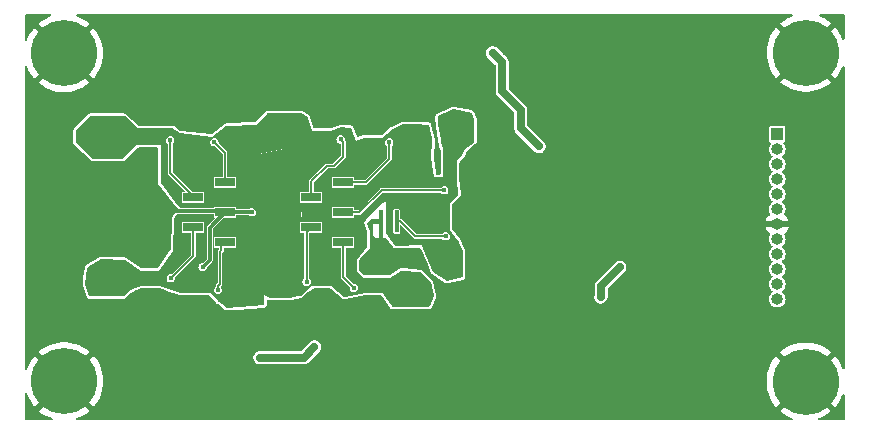
<source format=gbl>
%TF.GenerationSoftware,KiCad,Pcbnew,8.0.1*%
%TF.CreationDate,2024-09-25T00:59:11+02:00*%
%TF.ProjectId,speckle_amp_pcb_rev1,73706563-6b6c-4655-9f61-6d705f706362,rev?*%
%TF.SameCoordinates,Original*%
%TF.FileFunction,Copper,L2,Bot*%
%TF.FilePolarity,Positive*%
%FSLAX46Y46*%
G04 Gerber Fmt 4.6, Leading zero omitted, Abs format (unit mm)*
G04 Created by KiCad (PCBNEW 8.0.1) date 2024-09-25 00:59:11*
%MOMM*%
%LPD*%
G01*
G04 APERTURE LIST*
%TA.AperFunction,ComponentPad*%
%ADD10C,5.600000*%
%TD*%
%TA.AperFunction,ComponentPad*%
%ADD11R,1.000000X1.000000*%
%TD*%
%TA.AperFunction,ComponentPad*%
%ADD12O,1.000000X1.000000*%
%TD*%
%TA.AperFunction,SMDPad,CuDef*%
%ADD13R,1.700000X0.740000*%
%TD*%
%TA.AperFunction,SMDPad,CuDef*%
%ADD14R,0.350000X1.850000*%
%TD*%
%TA.AperFunction,ViaPad*%
%ADD15C,0.450000*%
%TD*%
%TA.AperFunction,Conductor*%
%ADD16C,0.200000*%
%TD*%
%TA.AperFunction,Conductor*%
%ADD17C,0.300000*%
%TD*%
%TA.AperFunction,Conductor*%
%ADD18C,0.700000*%
%TD*%
G04 APERTURE END LIST*
D10*
%TO.P,H3,1,1*%
%TO.N,GND*%
X149950000Y-91200000D03*
%TD*%
%TO.P,H1,1,1*%
%TO.N,GND*%
X212775000Y-91175000D03*
%TD*%
%TO.P,H2,1,1*%
%TO.N,GND*%
X212750000Y-119000000D03*
%TD*%
%TO.P,H4,1,1*%
%TO.N,GND*%
X149975000Y-118975000D03*
%TD*%
D11*
%TO.P,J3,1,Pin_1*%
%TO.N,/LPF_OUT_1*%
X210350000Y-98050000D03*
D12*
%TO.P,J3,2,Pin_2*%
%TO.N,/LPF_OUT_2*%
X210350000Y-99320000D03*
%TO.P,J3,3,Pin_3*%
%TO.N,/LPF_OUT_7*%
X210350000Y-100590000D03*
%TO.P,J3,4,Pin_4*%
%TO.N,/LPF_OUT_8*%
X210350000Y-101860000D03*
%TO.P,J3,5,Pin_5*%
%TO.N,/LPF_OUT_9*%
X210350000Y-103130000D03*
%TO.P,J3,6,Pin_6*%
%TO.N,+5VA*%
X210350000Y-104400000D03*
%TO.P,J3,7,Pin_7*%
%TO.N,GND*%
X210350000Y-105670000D03*
%TO.P,J3,8,Pin_8*%
%TO.N,/LPF_OUT_10*%
X210350000Y-106940000D03*
%TO.P,J3,9,Pin_9*%
%TO.N,/LPF_OUT_3*%
X210350000Y-108210000D03*
%TO.P,J3,10,Pin_10*%
%TO.N,/LPF_OUT_4*%
X210350000Y-109480000D03*
%TO.P,J3,11,Pin_11*%
%TO.N,/LPF_OUT_5*%
X210350000Y-110750000D03*
%TO.P,J3,12,Pin_12*%
%TO.N,/LPF_OUT_6*%
X210350000Y-112020000D03*
%TD*%
D13*
%TO.P,J1,1,1*%
%TO.N,/Dcat3*%
X173600000Y-107210000D03*
%TO.P,J1,2,2*%
%TO.N,/Dcat4*%
X170900000Y-105940000D03*
%TO.P,J1,3,3*%
%TO.N,/Dcat9*%
X173600000Y-104670000D03*
%TO.P,J1,4,4*%
%TO.N,/Dcat7*%
X170900000Y-103400000D03*
%TO.P,J1,5,5*%
%TO.N,/Dcat8*%
X173600000Y-102130000D03*
%TD*%
D14*
%TO.P,D1,1,K*%
%TO.N,Net-(D1-K)*%
X178130000Y-105450000D03*
%TO.P,D1,2,A*%
%TO.N,GND*%
X176780000Y-105450000D03*
%TD*%
D13*
%TO.P,J2,1,1*%
%TO.N,/Dcat5*%
X163600000Y-107210000D03*
%TO.P,J2,2,2*%
%TO.N,/Dcat6*%
X160900000Y-105940000D03*
%TO.P,J2,3,3*%
%TO.N,GND*%
X163600000Y-104670000D03*
%TO.P,J2,4,4*%
%TO.N,/Dcat1*%
X160900000Y-103400000D03*
%TO.P,J2,5,5*%
%TO.N,/Dcat2*%
X163600000Y-102130000D03*
%TD*%
D15*
%TO.N,/Dcat2*%
X162700000Y-98732800D03*
%TO.N,GND*%
X186050000Y-113300000D03*
X182475000Y-113375000D03*
X200425000Y-118800000D03*
X161130000Y-116020000D03*
X209425000Y-99825000D03*
X198125000Y-106575000D03*
X205525000Y-91275000D03*
X155000000Y-101625000D03*
X161125000Y-114825000D03*
X197550000Y-103625000D03*
X150350000Y-101225000D03*
X165880000Y-104670000D03*
X188750000Y-107550000D03*
X205500000Y-98100000D03*
X158550000Y-88350000D03*
X205650000Y-119750000D03*
X187070000Y-106120000D03*
X207725000Y-106050000D03*
X161700000Y-109300000D03*
X194950000Y-107400000D03*
X192850000Y-121800000D03*
X180300000Y-115250000D03*
X196800000Y-100975000D03*
X207475000Y-121450000D03*
X166975000Y-117850000D03*
X214975000Y-101200000D03*
X214100000Y-111400000D03*
X206600000Y-117500000D03*
X187100000Y-98600000D03*
X153300000Y-103075000D03*
X207825000Y-100275000D03*
X159600000Y-115075000D03*
X153150000Y-116250000D03*
X162050000Y-89275000D03*
X197925000Y-120600000D03*
X176200000Y-109200000D03*
X161750000Y-94325000D03*
X178125000Y-109175000D03*
X205250000Y-114250000D03*
X193450000Y-96200000D03*
X175975000Y-105625000D03*
X159125000Y-120300000D03*
X188650000Y-108260000D03*
X188525000Y-103625000D03*
X201130000Y-106670000D03*
X182125000Y-111175000D03*
X196975000Y-107325000D03*
X157375000Y-115525000D03*
X161425000Y-92700000D03*
X187325000Y-100225000D03*
X147425000Y-107600000D03*
X206375000Y-111450000D03*
X147425000Y-110850000D03*
X214750000Y-108825000D03*
X157250000Y-100100000D03*
X174200000Y-117325000D03*
X181275000Y-96075000D03*
X162350000Y-121725000D03*
X203950000Y-121550000D03*
X159825000Y-91300000D03*
X190275000Y-100875000D03*
X187500000Y-106900000D03*
X191675000Y-119925000D03*
X187225000Y-115050000D03*
X197975000Y-114800000D03*
X199925000Y-92875000D03*
X193700000Y-118075000D03*
X147400000Y-113025000D03*
X185675000Y-101775000D03*
X189000000Y-99025000D03*
X191775000Y-102725000D03*
X197975000Y-90350000D03*
X163270000Y-115950000D03*
X163975000Y-91225000D03*
X156250000Y-112600000D03*
X212925000Y-107550000D03*
X184625000Y-110525000D03*
X201575000Y-109275000D03*
X157725000Y-93200000D03*
X215575000Y-96100000D03*
X215500000Y-94075000D03*
X203125000Y-97725000D03*
X203910000Y-103440000D03*
X190200000Y-113200000D03*
X197525000Y-111425000D03*
X183600000Y-88125000D03*
X195275000Y-115100000D03*
X175150000Y-121875000D03*
X161900000Y-114050000D03*
X147300000Y-95375000D03*
X207625000Y-107825000D03*
X168875000Y-89225000D03*
X213825000Y-113300000D03*
X163900000Y-92450000D03*
X174600000Y-94075000D03*
X168650000Y-118750000D03*
X153625000Y-107725000D03*
X163875000Y-119925000D03*
X158750000Y-94050000D03*
X193225000Y-89900000D03*
X178850000Y-121875000D03*
X208950000Y-97625000D03*
X149150000Y-108900000D03*
X212650000Y-97300000D03*
X192700000Y-115630000D03*
X187325000Y-91175000D03*
X206825000Y-105450000D03*
X208175000Y-110400000D03*
X182580000Y-93570000D03*
X193250000Y-108400000D03*
X208325000Y-119750000D03*
X182775000Y-115025000D03*
X189250000Y-121800000D03*
X173125000Y-94725000D03*
X203525000Y-113100000D03*
X177430000Y-95450000D03*
X147425000Y-105000000D03*
X212825000Y-102500000D03*
X151850000Y-113150000D03*
X159075000Y-111975000D03*
X189600000Y-91400000D03*
X209425000Y-107875000D03*
X201150000Y-94950000D03*
X149550000Y-113425000D03*
X202900000Y-105450000D03*
X191100000Y-108300000D03*
X149100000Y-95400000D03*
X185050000Y-121875000D03*
X210050000Y-121375000D03*
X195650000Y-112850000D03*
X190925000Y-103725000D03*
X161375000Y-118125000D03*
X155775000Y-119250000D03*
X214800000Y-106300000D03*
X156575000Y-101150000D03*
X174475000Y-112725000D03*
X188325000Y-94225000D03*
X213050000Y-105025000D03*
X178025000Y-115325000D03*
X150150000Y-111075000D03*
X194650000Y-120600000D03*
X211850000Y-95250000D03*
X192300000Y-99875000D03*
X181550000Y-99450000D03*
X208025000Y-108650000D03*
X157300000Y-103525000D03*
X196200000Y-121725000D03*
X203075000Y-95425000D03*
X206700000Y-99400000D03*
X205800000Y-100025000D03*
X195150000Y-98750000D03*
X170775000Y-121725000D03*
X177075000Y-96650000D03*
X158600000Y-104550000D03*
X189475000Y-88125000D03*
X210725000Y-113475000D03*
X153650000Y-93425000D03*
X193400000Y-103625000D03*
X200725000Y-103725000D03*
X157825000Y-108625000D03*
X185325000Y-116950000D03*
X195350000Y-108400000D03*
X165750000Y-119175000D03*
X215025000Y-103725000D03*
X206725000Y-112875000D03*
X209075000Y-93250000D03*
X199550000Y-100975000D03*
X208575000Y-115525000D03*
X212725000Y-99925000D03*
X202625000Y-92875000D03*
X213025000Y-110125000D03*
X178275000Y-96850000D03*
X184200000Y-107575000D03*
X169925000Y-119825000D03*
X155900000Y-117025000D03*
X180425000Y-109250000D03*
X182100000Y-117425000D03*
X151075000Y-95400000D03*
X176030000Y-93810000D03*
X147300000Y-97350000D03*
X176875000Y-107650000D03*
X183875000Y-102650000D03*
X165300000Y-88350000D03*
X208650000Y-95000000D03*
X209450000Y-88525000D03*
X175925000Y-108425000D03*
X204450000Y-96725000D03*
X179225000Y-108225000D03*
X150175000Y-97300000D03*
X194150000Y-101925000D03*
X188275000Y-117425000D03*
X205225000Y-115925000D03*
X205825000Y-110425000D03*
X175775000Y-89275000D03*
X147425000Y-100450000D03*
X172625000Y-114825000D03*
X193050000Y-110725000D03*
X211250000Y-114850000D03*
X196225000Y-88425000D03*
X150925000Y-104575000D03*
X202350000Y-89600000D03*
X190325000Y-111025000D03*
X205225000Y-93250000D03*
X193100000Y-112975000D03*
X171825000Y-94100000D03*
X197000000Y-98750000D03*
X156700000Y-106150000D03*
X172300000Y-95625000D03*
X203825000Y-90750000D03*
X189800000Y-94725000D03*
X183250000Y-104075000D03*
X177450000Y-117600000D03*
X156125000Y-94300000D03*
X193200000Y-93925000D03*
X165625000Y-115850000D03*
X181150000Y-89150000D03*
X147425000Y-102975000D03*
X158300000Y-95975000D03*
X185750000Y-88925000D03*
X205375000Y-94950000D03*
X186800000Y-111300000D03*
X189275000Y-89600000D03*
X154600000Y-121675000D03*
X149300000Y-106200000D03*
X170475000Y-94500000D03*
X154725000Y-105025000D03*
X155900000Y-114050000D03*
X147400000Y-115075000D03*
X196225000Y-96200000D03*
X173325000Y-96425000D03*
X208075000Y-102975000D03*
X166125000Y-121725000D03*
X157650000Y-121675000D03*
X163550000Y-114875000D03*
X149025000Y-99075000D03*
X175675000Y-115550000D03*
X153175000Y-88350000D03*
X189900000Y-115850000D03*
X154775000Y-90475000D03*
X204000000Y-117150000D03*
X187200000Y-101725000D03*
X191125000Y-92725000D03*
X167800000Y-119975000D03*
X196900000Y-117600000D03*
X215025000Y-98725000D03*
X192725000Y-90975000D03*
X185950000Y-100350000D03*
X189810000Y-118510000D03*
X200075000Y-121725000D03*
X207975000Y-91275000D03*
X179075000Y-88350000D03*
X202075000Y-115725000D03*
X175825000Y-113550000D03*
X199870000Y-109290000D03*
X164250000Y-118000000D03*
X207875000Y-102150000D03*
X206550000Y-88525000D03*
X181850000Y-121875000D03*
X159230000Y-117460000D03*
X172400000Y-88350000D03*
X160975000Y-112975000D03*
X202575000Y-119750000D03*
X160950000Y-119475000D03*
%TO.N,/Dcat1*%
X158960000Y-98570000D03*
%TO.N,/Dcat3*%
X174500000Y-111050000D03*
%TO.N,/Dcat4*%
X170500000Y-110550000D03*
%TO.N,/Dcat5*%
X163000000Y-111250000D03*
%TO.N,/Dcat6*%
X159000000Y-110250000D03*
%TO.N,/Dcat7*%
X173390000Y-98500000D03*
%TO.N,/Dcat8*%
X177500000Y-98750000D03*
%TO.N,/Dcat9*%
X182150000Y-102800000D03*
%TO.N,Net-(D1-K)*%
X182278400Y-106700000D03*
%TO.N,+5VA*%
X197025000Y-109325000D03*
X195400000Y-111850000D03*
X186250000Y-91150000D03*
X187075000Y-94425000D03*
X166550000Y-116975000D03*
X171175000Y-116050000D03*
X190200000Y-99100000D03*
%TO.N,Vbias*%
X169800000Y-104350000D03*
X181650000Y-102250000D03*
X165020000Y-107390000D03*
X162670000Y-110560000D03*
X159930000Y-110000000D03*
X170550000Y-105100000D03*
X154860000Y-111560000D03*
X162450000Y-102775000D03*
X173750000Y-100450000D03*
X170250000Y-97400000D03*
X163525000Y-98225000D03*
X166510000Y-110370000D03*
X179850000Y-102150000D03*
X167750000Y-99300000D03*
X158975000Y-97850000D03*
X173800000Y-97800000D03*
X172100000Y-102450000D03*
X168350000Y-109300000D03*
X176400000Y-102050000D03*
X163775000Y-102975000D03*
X180600000Y-99700000D03*
X177450000Y-101050000D03*
X184100000Y-98800000D03*
X179925000Y-110075000D03*
X165500000Y-99925000D03*
X172500000Y-101350000D03*
X169750000Y-107500000D03*
X167200000Y-98200000D03*
X180800000Y-98300000D03*
X177700000Y-111850000D03*
X174200000Y-99300000D03*
X171250000Y-104450000D03*
X161550000Y-108300000D03*
X178600000Y-110075000D03*
X179450000Y-97550000D03*
X155830000Y-97550000D03*
X172700000Y-105550000D03*
X158400000Y-109550000D03*
X183050000Y-103100000D03*
X167175000Y-105600000D03*
X166750000Y-102700000D03*
X162175000Y-103750000D03*
X173450000Y-103000000D03*
X153150000Y-99375000D03*
X164450000Y-101100000D03*
X164400000Y-100250000D03*
X152410000Y-109860000D03*
X174300000Y-108300000D03*
X181900000Y-96750000D03*
X175050000Y-98750000D03*
X169300000Y-106100000D03*
X177300000Y-103350000D03*
X173500000Y-111025000D03*
X158425000Y-100875000D03*
X172150000Y-107800000D03*
X179275000Y-105325000D03*
X153475000Y-96975000D03*
X159980000Y-106850000D03*
X166650000Y-108025000D03*
X168500000Y-96850000D03*
X163210000Y-112070000D03*
X161600000Y-105150000D03*
X160770000Y-109220000D03*
X183475000Y-108875000D03*
X160350000Y-98375000D03*
X164170000Y-108010000D03*
X177050000Y-99850000D03*
X168000000Y-106800000D03*
X166425000Y-99825000D03*
X174250000Y-109400000D03*
X159260000Y-111080000D03*
X162875000Y-99750000D03*
X178000000Y-97950000D03*
X173050000Y-109900000D03*
X159625000Y-100400000D03*
X177650000Y-110650000D03*
X180400000Y-106100000D03*
X169750000Y-109050000D03*
X183350000Y-96350000D03*
X152390000Y-110760000D03*
X172250000Y-103500000D03*
X177575000Y-105275000D03*
X159840000Y-108610000D03*
X184350000Y-96850000D03*
X161550000Y-107150000D03*
X180625000Y-107375000D03*
X163860000Y-110560000D03*
X176000000Y-104500000D03*
X183450000Y-99550000D03*
X173450000Y-106250000D03*
X162475000Y-101300000D03*
X180800000Y-112250000D03*
X179300000Y-112250000D03*
X174650000Y-110200000D03*
X170900000Y-101250000D03*
X171300000Y-109000000D03*
X159150000Y-109100000D03*
X153790000Y-111530000D03*
X163780000Y-108690000D03*
X182350000Y-110150000D03*
X164530000Y-106410000D03*
X154400000Y-109430000D03*
X175250000Y-107250000D03*
X152600000Y-111480000D03*
X181400000Y-103550000D03*
X176200000Y-100550000D03*
X154475000Y-99400000D03*
X164250000Y-97725000D03*
X178875000Y-106950000D03*
X158500000Y-99375000D03*
X169950000Y-111300000D03*
X179500000Y-100050000D03*
X170050000Y-102100000D03*
X178000000Y-102100000D03*
X159850000Y-101350000D03*
X174200000Y-105650000D03*
X172350000Y-100200000D03*
X170350000Y-98700000D03*
X160570000Y-105150000D03*
X171200000Y-107650000D03*
X160290000Y-107780000D03*
X155540000Y-111080000D03*
X166630000Y-111220000D03*
X161375000Y-100200000D03*
X175600000Y-101250000D03*
X163960000Y-111870000D03*
X159575000Y-99175000D03*
X155400000Y-99125000D03*
X178100000Y-99400000D03*
X179550000Y-103400000D03*
X159720000Y-105230000D03*
X168300000Y-111600000D03*
X169900000Y-109950000D03*
X175150000Y-103075000D03*
X182375000Y-99375000D03*
X152350000Y-97500000D03*
X165000000Y-102750000D03*
X159075000Y-102175000D03*
X181075000Y-108675000D03*
X156030000Y-109910000D03*
X172250000Y-106550000D03*
X168500000Y-104400000D03*
X163500000Y-106390000D03*
X180875000Y-111275000D03*
X183475000Y-109900000D03*
X156100000Y-98590000D03*
X159610000Y-106150000D03*
X159700000Y-102875000D03*
X181700000Y-107225000D03*
X183050000Y-107300000D03*
X162125000Y-102025000D03*
X153190000Y-109430000D03*
X162900000Y-100550000D03*
X163900000Y-109670000D03*
X162540000Y-109330000D03*
X172800000Y-108600000D03*
X166575000Y-98875000D03*
X166400000Y-97825000D03*
X152300000Y-98675000D03*
X164460000Y-112480000D03*
X160480000Y-111180000D03*
X160970000Y-102520000D03*
X165300000Y-97650000D03*
X167250000Y-100875000D03*
X166775000Y-109125000D03*
X166610000Y-112320000D03*
X167150000Y-97100000D03*
X160450000Y-99200000D03*
X163870000Y-99190000D03*
X165150000Y-110090000D03*
X171200000Y-106850000D03*
X174900000Y-106350000D03*
X165125000Y-101700000D03*
X159675000Y-103675000D03*
X169350000Y-99200000D03*
X166125000Y-106425000D03*
X173850000Y-103700000D03*
X184450000Y-98050000D03*
X165530000Y-112350000D03*
X155025000Y-97050000D03*
X155330000Y-109850000D03*
X172900000Y-99400000D03*
X174350000Y-101250000D03*
X169300000Y-103100000D03*
%TD*%
D16*
%TO.N,/Dcat2*%
X163600000Y-102130000D02*
X163600000Y-99632800D01*
X163600000Y-99632800D02*
X162700000Y-98732800D01*
D17*
%TO.N,GND*%
X163600000Y-104670000D02*
X163480000Y-104550000D01*
X162300000Y-105970000D02*
X163600000Y-104670000D01*
X162300000Y-108700000D02*
X162300000Y-105970000D01*
X163480000Y-104550000D02*
X158600000Y-104550000D01*
X165880000Y-104670000D02*
X163600000Y-104670000D01*
X161700000Y-109300000D02*
X162300000Y-108700000D01*
D16*
%TO.N,/Dcat1*%
X158960000Y-98570000D02*
X158960000Y-101310000D01*
X160900000Y-103250000D02*
X160900000Y-103400000D01*
X158960000Y-101310000D02*
X160900000Y-103250000D01*
%TO.N,/Dcat3*%
X173600000Y-110150000D02*
X173600000Y-107210000D01*
X174500000Y-111050000D02*
X173600000Y-110150000D01*
%TO.N,/Dcat4*%
X170500000Y-106340000D02*
X170900000Y-105940000D01*
X170500000Y-110550000D02*
X170500000Y-106340000D01*
%TO.N,/Dcat5*%
X163300000Y-107510000D02*
X163600000Y-107210000D01*
X163164000Y-108036000D02*
X163300000Y-107900000D01*
X163000000Y-110891343D02*
X163164000Y-110727343D01*
X163300000Y-107900000D02*
X163300000Y-107510000D01*
X163000000Y-111250000D02*
X163000000Y-110891343D01*
X163164000Y-110727343D02*
X163164000Y-108036000D01*
%TO.N,/Dcat6*%
X159000000Y-110250000D02*
X160900000Y-108350000D01*
X160900000Y-108350000D02*
X160900000Y-105940000D01*
%TO.N,/Dcat7*%
X172200000Y-100750000D02*
X172800000Y-100750000D01*
X173600000Y-99950000D02*
X173600000Y-98710000D01*
X170900000Y-103400000D02*
X170900000Y-102050000D01*
X172800000Y-100750000D02*
X173600000Y-99950000D01*
X170900000Y-102050000D02*
X172200000Y-100750000D01*
X173600000Y-98710000D02*
X173390000Y-98500000D01*
%TO.N,/Dcat8*%
X177500000Y-100150000D02*
X175520000Y-102130000D01*
X177500000Y-98750000D02*
X177500000Y-100150000D01*
X175520000Y-102130000D02*
X173600000Y-102130000D01*
%TO.N,/Dcat9*%
X176850000Y-102800000D02*
X174980000Y-104670000D01*
X174980000Y-104670000D02*
X173600000Y-104670000D01*
X182150000Y-102800000D02*
X176850000Y-102800000D01*
%TO.N,Net-(D1-K)*%
X179700000Y-106700000D02*
X182278400Y-106700000D01*
X178450000Y-105450000D02*
X179700000Y-106700000D01*
X178130000Y-105450000D02*
X178450000Y-105450000D01*
D18*
%TO.N,+5VA*%
X195450000Y-111800000D02*
X195400000Y-111850000D01*
X188625000Y-95975000D02*
X187075000Y-94425000D01*
X188625000Y-97525000D02*
X188625000Y-95975000D01*
X195450000Y-110900000D02*
X195450000Y-111800000D01*
X187075000Y-94425000D02*
X187075000Y-91975000D01*
X166550000Y-116975000D02*
X170250000Y-116975000D01*
X190200000Y-99100000D02*
X188625000Y-97525000D01*
X170250000Y-116975000D02*
X171175000Y-116050000D01*
X187075000Y-91975000D02*
X186250000Y-91150000D01*
X197025000Y-109325000D02*
X195450000Y-110900000D01*
%TD*%
%TA.AperFunction,Conductor*%
%TO.N,Vbias*%
G36*
X155089043Y-96512848D02*
G01*
X156250000Y-97575000D01*
X159109460Y-97550135D01*
X159137777Y-97558846D01*
X159774998Y-97999999D01*
X159775000Y-98000000D01*
X159725000Y-99625000D01*
X159800000Y-100025000D01*
X159825000Y-101400000D01*
X160475000Y-102225000D01*
X161525000Y-102725000D01*
X162014616Y-103031010D01*
X161850499Y-103126026D01*
X161850499Y-103020102D01*
X161844669Y-102990787D01*
X161844667Y-102990784D01*
X161844667Y-102990783D01*
X161822457Y-102957543D01*
X161789212Y-102935330D01*
X161759904Y-102929500D01*
X161759899Y-102929500D01*
X160883346Y-102929500D01*
X160848698Y-102915148D01*
X159174852Y-101241302D01*
X159160500Y-101206654D01*
X159160500Y-98885478D01*
X159174852Y-98850830D01*
X159183221Y-98842461D01*
X159247095Y-98778587D01*
X159297500Y-98679661D01*
X159314869Y-98570000D01*
X159297500Y-98460339D01*
X159247095Y-98361413D01*
X159168587Y-98282905D01*
X159168584Y-98282903D01*
X159069661Y-98232500D01*
X158960000Y-98215131D01*
X158850338Y-98232500D01*
X158751415Y-98282903D01*
X158751412Y-98282905D01*
X158672905Y-98361412D01*
X158672903Y-98361415D01*
X158622500Y-98460338D01*
X158605131Y-98570000D01*
X158622500Y-98679661D01*
X158672903Y-98778584D01*
X158672905Y-98778587D01*
X158745148Y-98850830D01*
X158759500Y-98885478D01*
X158759500Y-101349883D01*
X158772143Y-101380407D01*
X158790024Y-101423574D01*
X158790025Y-101423575D01*
X158790025Y-101423576D01*
X160212302Y-102845852D01*
X160226654Y-102880500D01*
X160212302Y-102915148D01*
X160177654Y-102929500D01*
X160040105Y-102929500D01*
X160040104Y-102929500D01*
X160040102Y-102929501D01*
X160010787Y-102935331D01*
X160010786Y-102935331D01*
X160010784Y-102935332D01*
X160010783Y-102935332D01*
X159977543Y-102957542D01*
X159955330Y-102990786D01*
X159955330Y-102990787D01*
X159949500Y-103020095D01*
X159949500Y-103779894D01*
X159949501Y-103779898D01*
X159955331Y-103809213D01*
X159955331Y-103809214D01*
X159955332Y-103809215D01*
X159955332Y-103809216D01*
X159977542Y-103842456D01*
X159977543Y-103842457D01*
X160010787Y-103864669D01*
X160040101Y-103870500D01*
X161509964Y-103870499D01*
X161479860Y-104299500D01*
X159847633Y-104299500D01*
X159812985Y-104285148D01*
X159812224Y-104284370D01*
X159327075Y-103777169D01*
X159323209Y-103772599D01*
X158159725Y-102213035D01*
X158150000Y-102183735D01*
X158150000Y-98975000D01*
X156175000Y-98975000D01*
X156174998Y-98975000D01*
X154914278Y-100136841D01*
X154880587Y-100149807D01*
X152394229Y-100125190D01*
X152361032Y-100111780D01*
X150989830Y-98814035D01*
X150974531Y-98779795D01*
X150974525Y-98779586D01*
X150964800Y-98361412D01*
X150950480Y-97745661D01*
X150964023Y-97710691D01*
X150964418Y-97710280D01*
X152135589Y-96514710D01*
X152170088Y-96500003D01*
X152170593Y-96500000D01*
X155055967Y-96500000D01*
X155089043Y-96512848D01*
G37*
%TD.AperFunction*%
%TD*%
%TA.AperFunction,Conductor*%
%TO.N,Vbias*%
G36*
X182603400Y-103313000D02*
G01*
X182612683Y-103888160D01*
X182612683Y-103888161D01*
X182650000Y-106200000D01*
X183270136Y-106987096D01*
X183296733Y-107020853D01*
X183302306Y-107029741D01*
X183518918Y-107474999D01*
X183745063Y-107939851D01*
X183750000Y-107961287D01*
X183750000Y-110135538D01*
X183735648Y-110170186D01*
X183711445Y-110183412D01*
X182395035Y-110470628D01*
X182358124Y-110463992D01*
X182357823Y-110463797D01*
X181237547Y-109733183D01*
X181219173Y-109711200D01*
X180480321Y-107961287D01*
X180275000Y-107475000D01*
X180274999Y-107475000D01*
X180274999Y-107474999D01*
X178000750Y-107524440D01*
X177965798Y-107510845D01*
X177959940Y-107504111D01*
X177209393Y-106463029D01*
X177200144Y-106433937D01*
X177200586Y-106384894D01*
X177854500Y-106384894D01*
X177854501Y-106384898D01*
X177860331Y-106414213D01*
X177860331Y-106414214D01*
X177860332Y-106414215D01*
X177860332Y-106414216D01*
X177882542Y-106447456D01*
X177882543Y-106447457D01*
X177915787Y-106469669D01*
X177945101Y-106475500D01*
X178314898Y-106475499D01*
X178344213Y-106469669D01*
X178377457Y-106447457D01*
X178399669Y-106414213D01*
X178405500Y-106384899D01*
X178405499Y-105807344D01*
X178419851Y-105772697D01*
X178454499Y-105758345D01*
X178489147Y-105772697D01*
X179586423Y-106869974D01*
X179586424Y-106869974D01*
X179586426Y-106869976D01*
X179660118Y-106900500D01*
X179739882Y-106900500D01*
X181962921Y-106900500D01*
X181997569Y-106914852D01*
X182069811Y-106987093D01*
X182069813Y-106987095D01*
X182168739Y-107037500D01*
X182278400Y-107054869D01*
X182388061Y-107037500D01*
X182486987Y-106987095D01*
X182565495Y-106908587D01*
X182615900Y-106809661D01*
X182633269Y-106700000D01*
X182615900Y-106590339D01*
X182565495Y-106491413D01*
X182486987Y-106412905D01*
X182486984Y-106412903D01*
X182388061Y-106362500D01*
X182278400Y-106345131D01*
X182168738Y-106362500D01*
X182069815Y-106412903D01*
X182069811Y-106412906D01*
X181997569Y-106485148D01*
X181962921Y-106499500D01*
X179803346Y-106499500D01*
X179768698Y-106485148D01*
X178563576Y-105280025D01*
X178489883Y-105249500D01*
X178489882Y-105249500D01*
X178454499Y-105249500D01*
X178419851Y-105235148D01*
X178405499Y-105200500D01*
X178405499Y-104515105D01*
X178405499Y-104515102D01*
X178399669Y-104485787D01*
X178399667Y-104485784D01*
X178399667Y-104485783D01*
X178377457Y-104452543D01*
X178344212Y-104430330D01*
X178314901Y-104424500D01*
X177945105Y-104424500D01*
X177945104Y-104424500D01*
X177945102Y-104424501D01*
X177915787Y-104430331D01*
X177915786Y-104430331D01*
X177915784Y-104430332D01*
X177915783Y-104430332D01*
X177882543Y-104452542D01*
X177860330Y-104485786D01*
X177860330Y-104485787D01*
X177854500Y-104515095D01*
X177854500Y-106384894D01*
X177200586Y-106384894D01*
X177214865Y-104800000D01*
X177225000Y-103675000D01*
X177775000Y-103025000D01*
X182603400Y-103313000D01*
G37*
%TD.AperFunction*%
%TD*%
%TA.AperFunction,Conductor*%
%TO.N,GND*%
G36*
X148754588Y-120017330D02*
G01*
X148932670Y-120195412D01*
X149034301Y-120269251D01*
X147822257Y-121481296D01*
X147835487Y-121493828D01*
X147835499Y-121493839D01*
X148120358Y-121710382D01*
X148120363Y-121710385D01*
X148426980Y-121894871D01*
X148751744Y-122045123D01*
X148934444Y-122106682D01*
X148983551Y-122143180D01*
X149001827Y-122201572D01*
X148982291Y-122259555D01*
X148932404Y-122294980D01*
X148902833Y-122299500D01*
X146749500Y-122299500D01*
X146691309Y-122280593D01*
X146655345Y-122231093D01*
X146650500Y-122200500D01*
X146650500Y-120062347D01*
X146669407Y-120004156D01*
X146718907Y-119968192D01*
X146780093Y-119968192D01*
X146829593Y-120004156D01*
X146841841Y-120027877D01*
X146842159Y-120027751D01*
X146975604Y-120362673D01*
X147143215Y-120678822D01*
X147344033Y-120975007D01*
X147344037Y-120975011D01*
X147471441Y-121125002D01*
X148680746Y-119915696D01*
X148754588Y-120017330D01*
G37*
%TD.AperFunction*%
%TA.AperFunction,Conductor*%
G36*
X211612630Y-87919407D02*
G01*
X211648594Y-87968907D01*
X211648594Y-88030093D01*
X211612630Y-88079593D01*
X211586049Y-88093318D01*
X211551746Y-88104875D01*
X211226980Y-88255128D01*
X210920363Y-88439614D01*
X210920358Y-88439617D01*
X210635488Y-88656170D01*
X210622257Y-88668702D01*
X211834302Y-89880747D01*
X211732670Y-89954588D01*
X211554588Y-90132670D01*
X211480747Y-90234302D01*
X210271441Y-89024996D01*
X210144039Y-89174985D01*
X210144032Y-89174995D01*
X209943215Y-89471177D01*
X209775604Y-89787326D01*
X209643148Y-90119765D01*
X209643146Y-90119770D01*
X209547418Y-90464550D01*
X209489525Y-90817682D01*
X209470153Y-91175000D01*
X209489525Y-91532317D01*
X209547418Y-91885449D01*
X209643146Y-92230229D01*
X209643148Y-92230234D01*
X209775604Y-92562673D01*
X209943215Y-92878822D01*
X210144033Y-93175007D01*
X210144037Y-93175011D01*
X210271441Y-93325002D01*
X211480746Y-92115696D01*
X211554588Y-92217330D01*
X211732670Y-92395412D01*
X211834301Y-92469251D01*
X210622257Y-93681296D01*
X210635487Y-93693828D01*
X210635499Y-93693839D01*
X210920358Y-93910382D01*
X210920363Y-93910385D01*
X211226980Y-94094871D01*
X211551744Y-94245123D01*
X211890868Y-94359387D01*
X212240330Y-94436310D01*
X212240329Y-94436310D01*
X212596078Y-94475000D01*
X212953922Y-94475000D01*
X213309670Y-94436310D01*
X213659130Y-94359387D01*
X213659132Y-94359387D01*
X213998255Y-94245123D01*
X214323019Y-94094871D01*
X214629636Y-93910385D01*
X214629641Y-93910382D01*
X214914502Y-93693837D01*
X214914512Y-93693829D01*
X214927741Y-93681296D01*
X213715697Y-92469252D01*
X213817330Y-92395412D01*
X213995412Y-92217330D01*
X214069252Y-92115697D01*
X215278557Y-93325002D01*
X215405962Y-93175011D01*
X215405966Y-93175007D01*
X215606784Y-92878822D01*
X215774395Y-92562673D01*
X215858531Y-92351509D01*
X215897634Y-92304450D01*
X215956930Y-92289362D01*
X216013770Y-92312009D01*
X216046443Y-92363740D01*
X216049500Y-92388153D01*
X216049500Y-117849591D01*
X216030593Y-117907782D01*
X215981093Y-117943746D01*
X215919907Y-117943746D01*
X215870407Y-117907782D01*
X215858531Y-117886235D01*
X215749395Y-117612326D01*
X215581784Y-117296177D01*
X215380966Y-116999992D01*
X215380962Y-116999988D01*
X215253557Y-116849996D01*
X214044251Y-118059301D01*
X213970412Y-117957670D01*
X213792330Y-117779588D01*
X213690696Y-117705746D01*
X214902741Y-116493702D01*
X214889512Y-116481171D01*
X214889500Y-116481160D01*
X214604641Y-116264617D01*
X214604636Y-116264614D01*
X214298019Y-116080128D01*
X213973255Y-115929876D01*
X213634131Y-115815612D01*
X213284669Y-115738689D01*
X213284670Y-115738689D01*
X212928922Y-115700000D01*
X212571078Y-115700000D01*
X212215329Y-115738689D01*
X211865869Y-115815612D01*
X211865867Y-115815612D01*
X211526744Y-115929876D01*
X211201980Y-116080128D01*
X210895363Y-116264614D01*
X210895358Y-116264617D01*
X210610488Y-116481170D01*
X210597257Y-116493702D01*
X211809302Y-117705747D01*
X211707670Y-117779588D01*
X211529588Y-117957670D01*
X211455747Y-118059302D01*
X210246441Y-116849996D01*
X210119039Y-116999985D01*
X210119032Y-116999995D01*
X209918215Y-117296177D01*
X209750604Y-117612326D01*
X209618148Y-117944765D01*
X209618146Y-117944770D01*
X209522418Y-118289550D01*
X209464525Y-118642682D01*
X209445153Y-119000000D01*
X209464525Y-119357317D01*
X209522418Y-119710449D01*
X209618146Y-120055229D01*
X209618148Y-120055234D01*
X209750604Y-120387673D01*
X209918215Y-120703822D01*
X210119033Y-121000007D01*
X210119037Y-121000011D01*
X210246441Y-121150002D01*
X211455746Y-119940696D01*
X211529588Y-120042330D01*
X211707670Y-120220412D01*
X211809301Y-120294251D01*
X210597257Y-121506296D01*
X210610487Y-121518828D01*
X210610499Y-121518839D01*
X210895358Y-121735382D01*
X210895363Y-121735385D01*
X211201980Y-121919871D01*
X211526744Y-122070123D01*
X211635247Y-122106682D01*
X211684354Y-122143180D01*
X211702630Y-122201572D01*
X211683094Y-122259555D01*
X211633207Y-122294980D01*
X211603636Y-122299500D01*
X151047167Y-122299500D01*
X150988976Y-122280593D01*
X150953012Y-122231093D01*
X150953012Y-122169907D01*
X150988976Y-122120407D01*
X151015556Y-122106682D01*
X151198255Y-122045123D01*
X151523019Y-121894871D01*
X151829636Y-121710385D01*
X151829641Y-121710382D01*
X152114502Y-121493837D01*
X152114512Y-121493829D01*
X152127741Y-121481296D01*
X150915697Y-120269252D01*
X151017330Y-120195412D01*
X151195412Y-120017330D01*
X151269252Y-119915697D01*
X152478557Y-121125002D01*
X152605962Y-120975011D01*
X152605966Y-120975007D01*
X152806784Y-120678822D01*
X152974395Y-120362673D01*
X153106851Y-120030234D01*
X153106853Y-120030229D01*
X153202581Y-119685449D01*
X153260474Y-119332317D01*
X153279846Y-118975000D01*
X153260474Y-118617682D01*
X153202581Y-118264550D01*
X153106853Y-117919770D01*
X153106851Y-117919765D01*
X152974395Y-117587326D01*
X152806784Y-117271177D01*
X152655110Y-117047474D01*
X165999500Y-117047474D01*
X166037017Y-117187489D01*
X166109487Y-117313010D01*
X166109489Y-117313012D01*
X166109491Y-117313015D01*
X166211985Y-117415509D01*
X166211987Y-117415510D01*
X166211989Y-117415512D01*
X166337511Y-117487982D01*
X166337512Y-117487982D01*
X166337515Y-117487984D01*
X166477525Y-117525500D01*
X166477526Y-117525500D01*
X170322474Y-117525500D01*
X170322475Y-117525500D01*
X170462485Y-117487984D01*
X170588015Y-117415510D01*
X171615510Y-116388014D01*
X171687984Y-116262485D01*
X171725500Y-116122474D01*
X171725500Y-115977525D01*
X171687984Y-115837515D01*
X171615510Y-115711985D01*
X171513015Y-115609490D01*
X171387485Y-115537016D01*
X171247475Y-115499500D01*
X171102526Y-115499500D01*
X170962515Y-115537016D01*
X170836983Y-115609492D01*
X170050970Y-116395504D01*
X169996454Y-116423281D01*
X169980967Y-116424500D01*
X166477525Y-116424500D01*
X166415790Y-116441041D01*
X166337510Y-116462017D01*
X166211989Y-116534487D01*
X166109487Y-116636989D01*
X166037017Y-116762510D01*
X165999500Y-116902525D01*
X165999500Y-117047474D01*
X152655110Y-117047474D01*
X152605966Y-116974992D01*
X152605962Y-116974988D01*
X152478557Y-116824996D01*
X151269251Y-118034301D01*
X151195412Y-117932670D01*
X151017330Y-117754588D01*
X150915696Y-117680746D01*
X152127741Y-116468702D01*
X152114512Y-116456171D01*
X152114500Y-116456160D01*
X151829641Y-116239617D01*
X151829636Y-116239614D01*
X151523019Y-116055128D01*
X151198255Y-115904876D01*
X150859131Y-115790612D01*
X150509669Y-115713689D01*
X150509670Y-115713689D01*
X150153922Y-115675000D01*
X149796078Y-115675000D01*
X149440329Y-115713689D01*
X149090869Y-115790612D01*
X149090867Y-115790612D01*
X148751744Y-115904876D01*
X148426980Y-116055128D01*
X148120363Y-116239614D01*
X148120358Y-116239617D01*
X147835488Y-116456170D01*
X147822257Y-116468702D01*
X149034302Y-117680747D01*
X148932670Y-117754588D01*
X148754588Y-117932670D01*
X148680747Y-118034302D01*
X147471441Y-116824996D01*
X147344039Y-116974985D01*
X147344032Y-116974995D01*
X147143215Y-117271177D01*
X146975604Y-117587326D01*
X146842159Y-117922249D01*
X146841344Y-117921924D01*
X146806810Y-117968378D01*
X146748415Y-117986646D01*
X146690435Y-117967102D01*
X146655016Y-117917211D01*
X146650500Y-117887652D01*
X146650500Y-97750437D01*
X150745036Y-97750437D01*
X150764097Y-98569999D01*
X150769086Y-98784569D01*
X150769087Y-98784579D01*
X150786907Y-98863623D01*
X150786910Y-98863634D01*
X150802207Y-98897869D01*
X150802209Y-98897872D01*
X150824342Y-98929100D01*
X150848572Y-98963288D01*
X152219774Y-100261033D01*
X152284062Y-100302321D01*
X152317259Y-100315731D01*
X152317261Y-100315731D01*
X152317263Y-100315732D01*
X152332362Y-100318744D01*
X152392194Y-100330680D01*
X154878552Y-100355297D01*
X154954396Y-100341594D01*
X154988087Y-100328628D01*
X155053542Y-100287957D01*
X156226820Y-99206699D01*
X156282424Y-99181169D01*
X156293910Y-99180500D01*
X157845500Y-99180500D01*
X157903691Y-99199407D01*
X157939655Y-99248907D01*
X157944500Y-99279500D01*
X157944500Y-102183737D01*
X157954962Y-102248468D01*
X157954965Y-102248481D01*
X157964683Y-102277758D01*
X157964688Y-102277771D01*
X157995014Y-102335920D01*
X159158495Y-103895480D01*
X159165279Y-103904016D01*
X159166317Y-103905322D01*
X159170183Y-103909892D01*
X159178572Y-103919215D01*
X159476924Y-104231128D01*
X159663778Y-104426476D01*
X159664700Y-104427429D01*
X159691554Y-104482406D01*
X159680965Y-104542668D01*
X159636977Y-104585197D01*
X159598418Y-104595121D01*
X159580638Y-104596000D01*
X159571023Y-104596952D01*
X159563387Y-104597873D01*
X159562339Y-104598000D01*
X159529322Y-104610643D01*
X159476927Y-104630706D01*
X159445769Y-104651573D01*
X159389134Y-104708327D01*
X159389134Y-104708328D01*
X159111832Y-105124279D01*
X159111826Y-105124290D01*
X159086987Y-105175970D01*
X159078777Y-105201774D01*
X159069185Y-105258322D01*
X158997236Y-107824512D01*
X158978185Y-107880178D01*
X158609724Y-108383993D01*
X157900360Y-109353941D01*
X157850747Y-109389750D01*
X157820450Y-109394500D01*
X156567195Y-109394500D01*
X156512280Y-109377873D01*
X155250517Y-108536696D01*
X155250509Y-108536692D01*
X155199706Y-108512135D01*
X155199700Y-108512133D01*
X155174344Y-108503940D01*
X155174345Y-108503940D01*
X155118761Y-108494127D01*
X155118769Y-108494127D01*
X153122321Y-108420184D01*
X153122309Y-108420185D01*
X153062909Y-108426680D01*
X153062902Y-108426681D01*
X153035627Y-108433786D01*
X153035613Y-108433791D01*
X152980583Y-108457111D01*
X152980578Y-108457113D01*
X152980578Y-108457114D01*
X151863020Y-109137367D01*
X151863002Y-109137378D01*
X151862998Y-109137381D01*
X151854262Y-109143006D01*
X151850136Y-109145815D01*
X151788438Y-109211848D01*
X151769493Y-109244200D01*
X151769488Y-109244210D01*
X151743245Y-109319979D01*
X151614967Y-110249999D01*
X151548093Y-110734833D01*
X151547692Y-110761332D01*
X151547336Y-110784826D01*
X151549858Y-110808350D01*
X151561198Y-110857055D01*
X151561199Y-110857059D01*
X151561200Y-110857061D01*
X151920131Y-111838141D01*
X151920135Y-111838149D01*
X151940373Y-111878840D01*
X151940375Y-111878843D01*
X151952029Y-111896933D01*
X151952038Y-111896946D01*
X151972737Y-111923889D01*
X151988044Y-111934554D01*
X152047773Y-111976171D01*
X152047774Y-111976171D01*
X152047775Y-111976172D01*
X152058719Y-111980596D01*
X152082542Y-111990226D01*
X152082545Y-111990227D01*
X152161316Y-112005196D01*
X152161316Y-112005195D01*
X152161317Y-112005196D01*
X152248806Y-112004448D01*
X154799823Y-111982644D01*
X154816150Y-111983858D01*
X154860000Y-111990804D01*
X154910615Y-111982786D01*
X154925256Y-111981572D01*
X155030261Y-111980675D01*
X155034481Y-111980596D01*
X155036509Y-111980537D01*
X155118558Y-111960817D01*
X155152446Y-111944753D01*
X155216807Y-111896933D01*
X155547107Y-111531862D01*
X155600165Y-111501398D01*
X155605001Y-111500508D01*
X155673126Y-111489719D01*
X155793220Y-111428528D01*
X155865636Y-111356110D01*
X155902192Y-111332936D01*
X156519548Y-111111322D01*
X156552996Y-111105500D01*
X158050586Y-111105500D01*
X158081893Y-111110580D01*
X158500153Y-111250000D01*
X158500152Y-111250000D01*
X158682844Y-111310897D01*
X158970130Y-111406658D01*
X158999740Y-111424958D01*
X159000475Y-111423947D01*
X159006778Y-111428526D01*
X159006780Y-111428528D01*
X159126874Y-111489719D01*
X159260000Y-111510804D01*
X159266498Y-111510804D01*
X159297804Y-111515884D01*
X159518245Y-111589364D01*
X159827470Y-111692439D01*
X159859531Y-111700330D01*
X159875026Y-111702845D01*
X159907950Y-111705500D01*
X162254730Y-111705500D01*
X162312921Y-111724407D01*
X162331677Y-111742209D01*
X162652091Y-112138014D01*
X162662044Y-112150308D01*
X162676407Y-112166267D01*
X162676422Y-112166282D01*
X162676422Y-112166283D01*
X162683620Y-112173485D01*
X162683632Y-112173497D01*
X162698120Y-112186554D01*
X162699570Y-112187861D01*
X162844144Y-112305083D01*
X162859013Y-112320760D01*
X162861470Y-112323217D01*
X162861472Y-112323220D01*
X162956780Y-112418528D01*
X163020899Y-112451197D01*
X163038292Y-112462499D01*
X163605549Y-112922439D01*
X163635225Y-112938393D01*
X163673206Y-112958813D01*
X163673209Y-112958813D01*
X163673211Y-112958815D01*
X163707535Y-112969631D01*
X163783824Y-112978618D01*
X163783825Y-112978617D01*
X163783827Y-112978618D01*
X164576573Y-112922439D01*
X166893450Y-112758251D01*
X166965329Y-112739717D01*
X166996918Y-112725078D01*
X167049235Y-112690238D01*
X167101279Y-112615034D01*
X167115223Y-112580220D01*
X167129942Y-112501395D01*
X167125855Y-112154027D01*
X167144076Y-112095620D01*
X167193150Y-112059076D01*
X167254331Y-112058356D01*
X167269113Y-112064312D01*
X167297753Y-112078632D01*
X167342440Y-112094830D01*
X167364353Y-112100003D01*
X167395829Y-112103667D01*
X167411567Y-112105500D01*
X167411568Y-112105500D01*
X169195426Y-112105500D01*
X169195445Y-112105500D01*
X169214457Y-112104619D01*
X169223487Y-112103780D01*
X169242346Y-112101141D01*
X170022972Y-111954773D01*
X170080978Y-111934556D01*
X170106596Y-111921043D01*
X170156029Y-111884590D01*
X170578416Y-111462201D01*
X170590177Y-111452151D01*
X171040788Y-111124434D01*
X171098970Y-111105500D01*
X172486712Y-111105500D01*
X172544903Y-111124407D01*
X172551420Y-111129575D01*
X173547468Y-111989798D01*
X173547477Y-111989805D01*
X173547479Y-111989807D01*
X173547998Y-111990227D01*
X173557605Y-111998007D01*
X173562608Y-112001801D01*
X173563819Y-112002712D01*
X173647443Y-112039747D01*
X173682667Y-112046612D01*
X173684252Y-112046921D01*
X173684252Y-112046920D01*
X173684253Y-112046921D01*
X173694274Y-112046882D01*
X173764431Y-112046613D01*
X175435887Y-111707476D01*
X175455573Y-111705500D01*
X176835054Y-111705500D01*
X176893245Y-111724407D01*
X176917975Y-111750418D01*
X177074748Y-111990803D01*
X177563359Y-112740008D01*
X177575924Y-112757249D01*
X177575955Y-112757289D01*
X177582306Y-112765116D01*
X177588661Y-112772578D01*
X177588664Y-112772581D01*
X177663252Y-112825505D01*
X177697900Y-112839857D01*
X177776543Y-112855500D01*
X177776544Y-112855500D01*
X180891141Y-112855500D01*
X180891150Y-112855500D01*
X180934355Y-112850907D01*
X180954499Y-112846575D01*
X180985139Y-112837442D01*
X181061033Y-112786410D01*
X181086718Y-112759083D01*
X181129180Y-112691066D01*
X181419998Y-111922474D01*
X194849500Y-111922474D01*
X194887016Y-112062485D01*
X194959490Y-112188015D01*
X195061985Y-112290510D01*
X195187515Y-112362984D01*
X195327526Y-112400500D01*
X195327528Y-112400500D01*
X195472472Y-112400500D01*
X195472474Y-112400500D01*
X195612485Y-112362984D01*
X195738015Y-112290510D01*
X195890510Y-112138014D01*
X195962984Y-112012485D01*
X195968948Y-111990227D01*
X195970852Y-111983124D01*
X195997253Y-111884593D01*
X196000500Y-111872475D01*
X196000500Y-111169032D01*
X196019407Y-111110841D01*
X196029490Y-111099034D01*
X197465510Y-109663015D01*
X197537984Y-109537485D01*
X197575499Y-109397474D01*
X197575499Y-109252526D01*
X197537984Y-109112515D01*
X197465510Y-108986986D01*
X197363014Y-108884490D01*
X197237485Y-108812016D01*
X197097474Y-108774501D01*
X196952526Y-108774501D01*
X196859185Y-108799511D01*
X196812514Y-108812016D01*
X196686985Y-108884490D01*
X195009488Y-110561987D01*
X194947323Y-110669660D01*
X194947324Y-110669661D01*
X194937016Y-110687513D01*
X194899500Y-110827525D01*
X194899500Y-111589364D01*
X194888336Y-111631032D01*
X194889501Y-111631515D01*
X194887017Y-111637511D01*
X194887016Y-111637515D01*
X194849500Y-111777526D01*
X194849500Y-111922474D01*
X181419998Y-111922474D01*
X181461822Y-111811939D01*
X181474739Y-111751744D01*
X181476509Y-111722768D01*
X181471014Y-111661441D01*
X181202647Y-110563575D01*
X181183948Y-110514921D01*
X181172263Y-110493226D01*
X181172259Y-110493220D01*
X181172256Y-110493214D01*
X181141921Y-110450832D01*
X181141917Y-110450827D01*
X180898886Y-110189102D01*
X180826200Y-110110825D01*
X180823559Y-110108034D01*
X180822300Y-110106728D01*
X180819662Y-110104042D01*
X180580592Y-109864972D01*
X180332907Y-109617286D01*
X180274518Y-109576385D01*
X180274504Y-109576377D01*
X180244172Y-109562220D01*
X180244174Y-109562220D01*
X180175319Y-109543729D01*
X178759093Y-109418768D01*
X178510576Y-109396840D01*
X178510575Y-109396840D01*
X178440380Y-109402768D01*
X178408362Y-109411166D01*
X178408358Y-109411168D01*
X178344286Y-109440458D01*
X177561615Y-109977148D01*
X177505628Y-109994500D01*
X175392620Y-109994500D01*
X175334429Y-109975593D01*
X175316566Y-109958878D01*
X174978446Y-109553134D01*
X174955718Y-109496327D01*
X174955500Y-109489756D01*
X174955500Y-108808695D01*
X174974407Y-108750504D01*
X174977878Y-108746004D01*
X175052675Y-108654585D01*
X175797972Y-107743667D01*
X175832463Y-107682622D01*
X175843539Y-107651593D01*
X175855500Y-107582508D01*
X175855500Y-106422824D01*
X176104999Y-106422824D01*
X176111401Y-106482370D01*
X176111403Y-106482381D01*
X176161646Y-106617088D01*
X176161647Y-106617090D01*
X176247807Y-106732184D01*
X176247815Y-106732192D01*
X176362909Y-106818352D01*
X176362911Y-106818353D01*
X176497618Y-106868596D01*
X176497629Y-106868598D01*
X176557176Y-106875000D01*
X176604999Y-106875000D01*
X176605000Y-106874999D01*
X176605000Y-105625001D01*
X176604999Y-105625000D01*
X176105001Y-105625000D01*
X176105000Y-105625001D01*
X176105000Y-106422824D01*
X176104999Y-106422824D01*
X175855500Y-106422824D01*
X175855500Y-106308435D01*
X175852521Y-106273569D01*
X175849700Y-106257183D01*
X175840848Y-106223328D01*
X175630795Y-105631367D01*
X175629155Y-105570204D01*
X175663778Y-105519758D01*
X175668580Y-105516292D01*
X175671656Y-105514208D01*
X175671655Y-105514208D01*
X175671662Y-105514204D01*
X175683972Y-105504325D01*
X175708098Y-105481526D01*
X175932415Y-105232284D01*
X175985395Y-105201680D01*
X176046247Y-105208062D01*
X176091725Y-105248993D01*
X176096387Y-105266386D01*
X176105001Y-105275000D01*
X176856000Y-105275000D01*
X176914191Y-105293907D01*
X176950155Y-105343407D01*
X176955000Y-105374000D01*
X176955000Y-106874999D01*
X176955001Y-106875000D01*
X177002824Y-106875000D01*
X177062370Y-106868598D01*
X177062374Y-106868597D01*
X177138266Y-106840291D01*
X177199396Y-106837670D01*
X177250391Y-106871481D01*
X177253162Y-106875142D01*
X177793243Y-107624288D01*
X177804895Y-107638987D01*
X177804902Y-107638995D01*
X177804903Y-107638996D01*
X177810760Y-107645729D01*
X177813801Y-107649103D01*
X177815582Y-107651078D01*
X177891303Y-107702367D01*
X177926255Y-107715962D01*
X178005216Y-107729891D01*
X180072750Y-107684943D01*
X180131338Y-107702581D01*
X180166106Y-107745412D01*
X180661665Y-108919103D01*
X181029856Y-109791134D01*
X181061497Y-109842990D01*
X181061500Y-109842993D01*
X181061503Y-109842998D01*
X181079870Y-109864972D01*
X181079871Y-109864973D01*
X181125289Y-109905312D01*
X182245866Y-110636121D01*
X182321761Y-110666249D01*
X182358672Y-110672885D01*
X182438841Y-110671405D01*
X183755251Y-110384189D01*
X183809989Y-110363743D01*
X183824741Y-110355681D01*
X183834178Y-110350525D01*
X183834181Y-110350522D01*
X183834192Y-110350517D01*
X183872581Y-110323417D01*
X183925505Y-110248829D01*
X183939857Y-110214181D01*
X183955500Y-110135538D01*
X183955500Y-107961287D01*
X183950257Y-107915165D01*
X183945320Y-107893729D01*
X183929856Y-107849952D01*
X183487099Y-106939842D01*
X183476411Y-106920573D01*
X183470838Y-106911685D01*
X183458152Y-106893675D01*
X182875035Y-106153566D01*
X182853875Y-106096158D01*
X182853814Y-106093948D01*
X182851006Y-105920000D01*
X209380839Y-105920000D01*
X209421651Y-106054538D01*
X209421652Y-106054540D01*
X209514502Y-106228252D01*
X209514506Y-106228258D01*
X209639468Y-106380523D01*
X209639471Y-106380526D01*
X209725793Y-106451370D01*
X209758780Y-106502902D01*
X209755177Y-106563981D01*
X209744464Y-106584135D01*
X209725181Y-106612071D01*
X209664860Y-106771129D01*
X209644375Y-106939839D01*
X209644355Y-106940000D01*
X209664860Y-107108872D01*
X209725182Y-107267930D01*
X209821817Y-107407929D01*
X209821820Y-107407931D01*
X209821823Y-107407935D01*
X209926756Y-107500898D01*
X209957775Y-107553638D01*
X209951869Y-107614537D01*
X209926756Y-107649102D01*
X209821823Y-107742064D01*
X209821819Y-107742069D01*
X209821817Y-107742071D01*
X209725182Y-107882070D01*
X209664860Y-108041128D01*
X209644355Y-108210000D01*
X209664860Y-108378872D01*
X209725182Y-108537930D01*
X209821817Y-108677929D01*
X209821820Y-108677931D01*
X209821823Y-108677935D01*
X209926756Y-108770898D01*
X209957775Y-108823638D01*
X209951869Y-108884537D01*
X209926756Y-108919102D01*
X209821823Y-109012064D01*
X209821819Y-109012069D01*
X209821817Y-109012071D01*
X209725182Y-109152070D01*
X209664860Y-109311128D01*
X209644355Y-109480000D01*
X209664860Y-109648872D01*
X209725182Y-109807930D01*
X209821817Y-109947929D01*
X209821820Y-109947931D01*
X209821823Y-109947935D01*
X209926756Y-110040898D01*
X209957775Y-110093638D01*
X209951869Y-110154537D01*
X209926756Y-110189102D01*
X209821823Y-110282064D01*
X209821816Y-110282072D01*
X209725182Y-110422070D01*
X209698197Y-110493226D01*
X209664860Y-110581129D01*
X209646196Y-110734841D01*
X209644355Y-110750000D01*
X209664860Y-110918872D01*
X209725182Y-111077930D01*
X209821817Y-111217929D01*
X209821820Y-111217931D01*
X209821823Y-111217935D01*
X209926756Y-111310898D01*
X209957775Y-111363638D01*
X209951869Y-111424537D01*
X209926756Y-111459102D01*
X209821823Y-111552064D01*
X209821816Y-111552072D01*
X209762839Y-111637515D01*
X209725182Y-111692070D01*
X209669783Y-111838149D01*
X209664860Y-111851129D01*
X209646153Y-112005196D01*
X209644355Y-112020000D01*
X209664860Y-112188872D01*
X209725182Y-112347930D01*
X209821817Y-112487929D01*
X209949148Y-112600734D01*
X210099775Y-112679790D01*
X210264944Y-112720500D01*
X210264947Y-112720500D01*
X210435053Y-112720500D01*
X210435056Y-112720500D01*
X210600225Y-112679790D01*
X210750852Y-112600734D01*
X210878183Y-112487929D01*
X210974818Y-112347930D01*
X211035140Y-112188872D01*
X211055645Y-112020000D01*
X211053847Y-112005196D01*
X211045270Y-111934556D01*
X211035140Y-111851128D01*
X210974818Y-111692070D01*
X210878183Y-111552071D01*
X210773242Y-111459102D01*
X210742224Y-111406363D01*
X210748129Y-111345463D01*
X210773243Y-111310897D01*
X210878183Y-111217929D01*
X210974818Y-111077930D01*
X211035140Y-110918872D01*
X211055645Y-110750000D01*
X211035140Y-110581128D01*
X210974818Y-110422070D01*
X210878183Y-110282071D01*
X210773242Y-110189102D01*
X210742224Y-110136363D01*
X210748129Y-110075463D01*
X210773243Y-110040897D01*
X210878183Y-109947929D01*
X210974818Y-109807930D01*
X211035140Y-109648872D01*
X211055645Y-109480000D01*
X211035140Y-109311128D01*
X210974818Y-109152070D01*
X210878183Y-109012071D01*
X210773242Y-108919102D01*
X210742224Y-108866363D01*
X210748129Y-108805463D01*
X210773243Y-108770897D01*
X210796262Y-108750504D01*
X210878183Y-108677929D01*
X210974818Y-108537930D01*
X211035140Y-108378872D01*
X211055645Y-108210000D01*
X211035140Y-108041128D01*
X210974818Y-107882070D01*
X210878183Y-107742071D01*
X210864433Y-107729890D01*
X210833366Y-107702367D01*
X210773242Y-107649102D01*
X210742224Y-107596363D01*
X210748129Y-107535463D01*
X210773243Y-107500897D01*
X210878183Y-107407929D01*
X210974818Y-107267930D01*
X211035140Y-107108872D01*
X211055645Y-106940000D01*
X211055625Y-106939839D01*
X211051994Y-106909938D01*
X211035140Y-106771128D01*
X210974818Y-106612070D01*
X210955536Y-106584135D01*
X210938040Y-106525508D01*
X210958347Y-106467791D01*
X210974206Y-106451370D01*
X211060523Y-106380531D01*
X211060531Y-106380523D01*
X211185493Y-106228258D01*
X211185497Y-106228252D01*
X211278347Y-106054540D01*
X211278348Y-106054538D01*
X211319161Y-105920000D01*
X210559618Y-105920000D01*
X210610064Y-105869554D01*
X210652851Y-105795445D01*
X210675000Y-105712787D01*
X210675000Y-105627213D01*
X210652851Y-105544555D01*
X210610064Y-105470446D01*
X210559618Y-105420000D01*
X211319161Y-105420000D01*
X211278348Y-105285461D01*
X211278347Y-105285459D01*
X211185497Y-105111747D01*
X211185493Y-105111741D01*
X211060531Y-104959476D01*
X211060522Y-104959467D01*
X210974206Y-104888628D01*
X210941219Y-104837097D01*
X210944822Y-104776018D01*
X210955534Y-104755867D01*
X210974818Y-104727930D01*
X211035140Y-104568872D01*
X211055645Y-104400000D01*
X211035140Y-104231128D01*
X210974818Y-104072070D01*
X210878183Y-103932071D01*
X210773242Y-103839102D01*
X210742224Y-103786363D01*
X210748129Y-103725463D01*
X210773243Y-103690897D01*
X210878183Y-103597929D01*
X210974818Y-103457930D01*
X211035140Y-103298872D01*
X211055645Y-103130000D01*
X211035140Y-102961128D01*
X210974818Y-102802070D01*
X210878183Y-102662071D01*
X210773242Y-102569102D01*
X210742224Y-102516363D01*
X210748129Y-102455463D01*
X210773243Y-102420897D01*
X210878183Y-102327929D01*
X210974818Y-102187930D01*
X211035140Y-102028872D01*
X211055645Y-101860000D01*
X211035140Y-101691128D01*
X210974818Y-101532070D01*
X210878183Y-101392071D01*
X210877853Y-101391779D01*
X210773243Y-101299103D01*
X210742224Y-101246363D01*
X210748129Y-101185463D01*
X210773243Y-101150897D01*
X210878183Y-101057929D01*
X210974818Y-100917930D01*
X211035140Y-100758872D01*
X211055645Y-100590000D01*
X211035140Y-100421128D01*
X210974818Y-100262070D01*
X210878183Y-100122071D01*
X210773242Y-100029102D01*
X210742224Y-99976363D01*
X210748129Y-99915463D01*
X210773243Y-99880897D01*
X210878183Y-99787929D01*
X210974818Y-99647930D01*
X211035140Y-99488872D01*
X211055645Y-99320000D01*
X211035140Y-99151128D01*
X210974818Y-98992070D01*
X210897597Y-98880196D01*
X210880102Y-98821570D01*
X210900409Y-98763853D01*
X210924071Y-98741646D01*
X210928229Y-98738867D01*
X210928231Y-98738867D01*
X210994552Y-98694552D01*
X211038867Y-98628231D01*
X211050500Y-98569748D01*
X211050500Y-97530252D01*
X211038867Y-97471769D01*
X210994552Y-97405448D01*
X210971261Y-97389885D01*
X210928233Y-97361134D01*
X210928231Y-97361133D01*
X210928228Y-97361132D01*
X210928227Y-97361132D01*
X210869758Y-97349501D01*
X210869748Y-97349500D01*
X209830252Y-97349500D01*
X209830251Y-97349500D01*
X209830241Y-97349501D01*
X209771772Y-97361132D01*
X209771766Y-97361134D01*
X209705451Y-97405445D01*
X209705445Y-97405451D01*
X209661134Y-97471766D01*
X209661132Y-97471772D01*
X209649501Y-97530241D01*
X209649500Y-97530253D01*
X209649500Y-98569746D01*
X209649501Y-98569758D01*
X209659737Y-98621214D01*
X209661133Y-98628231D01*
X209705448Y-98694552D01*
X209705451Y-98694554D01*
X209775928Y-98741646D01*
X209813807Y-98789696D01*
X209816209Y-98850834D01*
X209802401Y-98880199D01*
X209725182Y-98992070D01*
X209711736Y-99027526D01*
X209664860Y-99151129D01*
X209649273Y-99279500D01*
X209644355Y-99320000D01*
X209664860Y-99488872D01*
X209725182Y-99647930D01*
X209821817Y-99787929D01*
X209821820Y-99787931D01*
X209821823Y-99787935D01*
X209926756Y-99880898D01*
X209957775Y-99933638D01*
X209951869Y-99994537D01*
X209926756Y-100029102D01*
X209821823Y-100122064D01*
X209821819Y-100122069D01*
X209821817Y-100122071D01*
X209725182Y-100262070D01*
X209664860Y-100421128D01*
X209644355Y-100590000D01*
X209664860Y-100758872D01*
X209725182Y-100917930D01*
X209821817Y-101057929D01*
X209821820Y-101057931D01*
X209821823Y-101057935D01*
X209926756Y-101150898D01*
X209957775Y-101203638D01*
X209951869Y-101264537D01*
X209926756Y-101299102D01*
X209821823Y-101392064D01*
X209821816Y-101392072D01*
X209764207Y-101475533D01*
X209725182Y-101532070D01*
X209664860Y-101691128D01*
X209644355Y-101860000D01*
X209664860Y-102028872D01*
X209725182Y-102187930D01*
X209821817Y-102327929D01*
X209821820Y-102327931D01*
X209821823Y-102327935D01*
X209926756Y-102420898D01*
X209957775Y-102473638D01*
X209951869Y-102534537D01*
X209926756Y-102569102D01*
X209821823Y-102662064D01*
X209821816Y-102662072D01*
X209725182Y-102802070D01*
X209664860Y-102961129D01*
X209644355Y-103129998D01*
X209644355Y-103130001D01*
X209647241Y-103153766D01*
X209664860Y-103298872D01*
X209725182Y-103457930D01*
X209821817Y-103597929D01*
X209821820Y-103597931D01*
X209821823Y-103597935D01*
X209926756Y-103690898D01*
X209957775Y-103743638D01*
X209951869Y-103804537D01*
X209926756Y-103839102D01*
X209821823Y-103932064D01*
X209821816Y-103932072D01*
X209725182Y-104072070D01*
X209664860Y-104231129D01*
X209644355Y-104399998D01*
X209644355Y-104400001D01*
X209647763Y-104428067D01*
X209664860Y-104568872D01*
X209688043Y-104630000D01*
X209725181Y-104727929D01*
X209744463Y-104755863D01*
X209761958Y-104814494D01*
X209741650Y-104872211D01*
X209725793Y-104888628D01*
X209639477Y-104959467D01*
X209639468Y-104959476D01*
X209514506Y-105111741D01*
X209514502Y-105111747D01*
X209421652Y-105285459D01*
X209421651Y-105285461D01*
X209380839Y-105420000D01*
X210140382Y-105420000D01*
X210089936Y-105470446D01*
X210047149Y-105544555D01*
X210025000Y-105627213D01*
X210025000Y-105712787D01*
X210047149Y-105795445D01*
X210089936Y-105869554D01*
X210140382Y-105920000D01*
X209380839Y-105920000D01*
X182851006Y-105920000D01*
X182820338Y-104020074D01*
X182838304Y-103961589D01*
X182851770Y-103946110D01*
X183472321Y-103366933D01*
X183482582Y-103356655D01*
X183487290Y-103351593D01*
X183489292Y-103349409D01*
X183533968Y-103269607D01*
X183544547Y-103233627D01*
X183551723Y-103153766D01*
X183406621Y-101799506D01*
X183406118Y-101785553D01*
X183451556Y-100467879D01*
X183472457Y-100410378D01*
X183476899Y-100405079D01*
X183846912Y-99993955D01*
X183868639Y-99965061D01*
X183877713Y-99950480D01*
X183894041Y-99918223D01*
X184059088Y-99505601D01*
X184091604Y-99463172D01*
X184803700Y-98929100D01*
X184815051Y-98919939D01*
X184820299Y-98915387D01*
X184822581Y-98913379D01*
X184875505Y-98838791D01*
X184889857Y-98804143D01*
X184905500Y-98725500D01*
X184905500Y-96857950D01*
X184902845Y-96825026D01*
X184900330Y-96809531D01*
X184892439Y-96777470D01*
X184704010Y-96212184D01*
X184693383Y-96186318D01*
X184687499Y-96174380D01*
X184679629Y-96159906D01*
X184679628Y-96159905D01*
X184679627Y-96159903D01*
X184616455Y-96093775D01*
X184585166Y-96073102D01*
X184585156Y-96073097D01*
X184510940Y-96042804D01*
X184510932Y-96042801D01*
X183004183Y-95751172D01*
X183004169Y-95751171D01*
X182941866Y-95748749D01*
X182941853Y-95748750D01*
X182912661Y-95752077D01*
X182912642Y-95752080D01*
X182852457Y-95768468D01*
X181547810Y-96348312D01*
X181547794Y-96348321D01*
X181509362Y-96370667D01*
X181509352Y-96370673D01*
X181492367Y-96383190D01*
X181467467Y-96404832D01*
X181419621Y-96482780D01*
X181407608Y-96518301D01*
X181407607Y-96518305D01*
X181397231Y-96597801D01*
X181397231Y-96597808D01*
X181397231Y-96597810D01*
X181411346Y-96809528D01*
X181444794Y-97311256D01*
X181445715Y-97321339D01*
X181446270Y-97326108D01*
X181447695Y-97336186D01*
X181647032Y-98532207D01*
X181648269Y-98538936D01*
X181648894Y-98542044D01*
X181650333Y-98548643D01*
X181841867Y-99362656D01*
X181844499Y-99385331D01*
X181844499Y-101385935D01*
X181825592Y-101444126D01*
X181776092Y-101480090D01*
X181742439Y-101484888D01*
X181524340Y-101478143D01*
X181466761Y-101457446D01*
X181432345Y-101406858D01*
X181429204Y-101391779D01*
X181428455Y-101385935D01*
X181257643Y-100053605D01*
X181257075Y-100034223D01*
X181354525Y-98621214D01*
X181354435Y-98591692D01*
X181353384Y-98577691D01*
X181349067Y-98548495D01*
X181058724Y-97241955D01*
X181040562Y-97191958D01*
X181028986Y-97169627D01*
X181006115Y-97134716D01*
X180934130Y-97078304D01*
X180934128Y-97078303D01*
X180934127Y-97078302D01*
X180900209Y-97062321D01*
X180822388Y-97042951D01*
X180822391Y-97042951D01*
X179810918Y-96994787D01*
X179805978Y-96994611D01*
X179803696Y-96994557D01*
X179798831Y-96994500D01*
X179798824Y-96994500D01*
X178660953Y-96994500D01*
X178660946Y-96994500D01*
X178616121Y-96999450D01*
X178616118Y-96999450D01*
X178595262Y-97004112D01*
X178595241Y-97004118D01*
X178552600Y-97018719D01*
X178552582Y-97018726D01*
X177718180Y-97411386D01*
X177718163Y-97411394D01*
X177695287Y-97423996D01*
X177684759Y-97430703D01*
X177663626Y-97446142D01*
X177663621Y-97446146D01*
X176853134Y-98121553D01*
X176796327Y-98144281D01*
X176789756Y-98144499D01*
X175358488Y-98144499D01*
X175358475Y-98144500D01*
X175323428Y-98147512D01*
X175323425Y-98147512D01*
X175306966Y-98150362D01*
X175306944Y-98150367D01*
X175272873Y-98159330D01*
X174866000Y-98304643D01*
X174804841Y-98306409D01*
X174754323Y-98271889D01*
X174739663Y-98245244D01*
X174454138Y-97460050D01*
X174440206Y-97430703D01*
X174437513Y-97425030D01*
X174429381Y-97411394D01*
X174428085Y-97409220D01*
X174412587Y-97386766D01*
X174341234Y-97329556D01*
X174341227Y-97329552D01*
X174307495Y-97313198D01*
X174307491Y-97313196D01*
X174307488Y-97313195D01*
X174307482Y-97313193D01*
X174307481Y-97313193D01*
X174229900Y-97292962D01*
X173421937Y-97245434D01*
X173421936Y-97245434D01*
X173381142Y-97247096D01*
X173361973Y-97249802D01*
X173361959Y-97249805D01*
X173322291Y-97259502D01*
X172530791Y-97538856D01*
X172497842Y-97544500D01*
X171172656Y-97544500D01*
X171114465Y-97525593D01*
X171078501Y-97476093D01*
X171078316Y-97475517D01*
X170871342Y-96825028D01*
X170801543Y-96605659D01*
X170766105Y-96539491D01*
X170766102Y-96539487D01*
X170744105Y-96512026D01*
X170744103Y-96512024D01*
X170687261Y-96462993D01*
X170687255Y-96462989D01*
X170687253Y-96462988D01*
X170114993Y-96129170D01*
X170114988Y-96129167D01*
X170065069Y-96108294D01*
X170040380Y-96101620D01*
X170040379Y-96101619D01*
X170040376Y-96101619D01*
X169986759Y-96094500D01*
X169986753Y-96094500D01*
X167171076Y-96094500D01*
X167169113Y-96094513D01*
X167168257Y-96094519D01*
X167166955Y-96094537D01*
X167086014Y-96112352D01*
X167051770Y-96127632D01*
X167051762Y-96127636D01*
X166986326Y-96173965D01*
X166986321Y-96173969D01*
X166187232Y-97017451D01*
X166133486Y-97046691D01*
X166118302Y-97048320D01*
X163735196Y-97119105D01*
X163735193Y-97119106D01*
X163670654Y-97131540D01*
X163670646Y-97131542D01*
X163670644Y-97131543D01*
X163641589Y-97142181D01*
X163584269Y-97174365D01*
X163562165Y-97191958D01*
X162470222Y-98061054D01*
X162412917Y-98082498D01*
X162397736Y-98081999D01*
X159874112Y-97804169D01*
X159828594Y-97787161D01*
X159254753Y-97389887D01*
X159254752Y-97389886D01*
X159254750Y-97389885D01*
X159198199Y-97362430D01*
X159184040Y-97358074D01*
X159169880Y-97353718D01*
X159107673Y-97344643D01*
X156368011Y-97368465D01*
X156309658Y-97350065D01*
X156300324Y-97342512D01*
X156286158Y-97329552D01*
X155734702Y-96825028D01*
X155227763Y-96361233D01*
X155227751Y-96361224D01*
X155170502Y-96325671D01*
X155163451Y-96321292D01*
X155155845Y-96318337D01*
X155130379Y-96308445D01*
X155130371Y-96308443D01*
X155087814Y-96300468D01*
X155055967Y-96294500D01*
X152170593Y-96294500D01*
X152170455Y-96294500D01*
X152169451Y-96294503D01*
X152168868Y-96294506D01*
X152089504Y-96310962D01*
X152065275Y-96321291D01*
X152055001Y-96325671D01*
X152037250Y-96337797D01*
X151988788Y-96370904D01*
X151026032Y-97353718D01*
X150817617Y-97566475D01*
X150816252Y-97567882D01*
X150816155Y-97567982D01*
X150816088Y-97568052D01*
X150815857Y-97568291D01*
X150772392Y-97636476D01*
X150758848Y-97671449D01*
X150745036Y-97750437D01*
X146650500Y-97750437D01*
X146650500Y-92350408D01*
X146669407Y-92292217D01*
X146718907Y-92256253D01*
X146780093Y-92256253D01*
X146829593Y-92292217D01*
X146841469Y-92313764D01*
X146950604Y-92587673D01*
X147118215Y-92903822D01*
X147319033Y-93200007D01*
X147319037Y-93200011D01*
X147446441Y-93350002D01*
X148655746Y-92140696D01*
X148729588Y-92242330D01*
X148907670Y-92420412D01*
X149009301Y-92494251D01*
X147797257Y-93706296D01*
X147810487Y-93718828D01*
X147810499Y-93718839D01*
X148095358Y-93935382D01*
X148095363Y-93935385D01*
X148401980Y-94119871D01*
X148726744Y-94270123D01*
X149065868Y-94384387D01*
X149415330Y-94461310D01*
X149415329Y-94461310D01*
X149771078Y-94500000D01*
X150128922Y-94500000D01*
X150484670Y-94461310D01*
X150834130Y-94384387D01*
X150834132Y-94384387D01*
X151173255Y-94270123D01*
X151498019Y-94119871D01*
X151804636Y-93935385D01*
X151804641Y-93935382D01*
X152089502Y-93718837D01*
X152089512Y-93718829D01*
X152102741Y-93706296D01*
X150890697Y-92494252D01*
X150992330Y-92420412D01*
X151170412Y-92242330D01*
X151244252Y-92140697D01*
X152453557Y-93350002D01*
X152580962Y-93200011D01*
X152580966Y-93200007D01*
X152781784Y-92903822D01*
X152949395Y-92587673D01*
X153081851Y-92255234D01*
X153081853Y-92255229D01*
X153177581Y-91910449D01*
X153235474Y-91557317D01*
X153253628Y-91222474D01*
X185699500Y-91222474D01*
X185737016Y-91362485D01*
X185809490Y-91488015D01*
X186495505Y-92174030D01*
X186523281Y-92228545D01*
X186524500Y-92244032D01*
X186524500Y-94352526D01*
X186524500Y-94497474D01*
X186562016Y-94637485D01*
X186634490Y-94763015D01*
X188045505Y-96174030D01*
X188073281Y-96228545D01*
X188074500Y-96244032D01*
X188074500Y-97597475D01*
X188100667Y-97695131D01*
X188112016Y-97737485D01*
X188184490Y-97863015D01*
X189861985Y-99540510D01*
X189987515Y-99612984D01*
X190127526Y-99650499D01*
X190127528Y-99650499D01*
X190272472Y-99650499D01*
X190272474Y-99650499D01*
X190412485Y-99612984D01*
X190538014Y-99540510D01*
X190640510Y-99438014D01*
X190712984Y-99312485D01*
X190750499Y-99172474D01*
X190750499Y-99027526D01*
X190712984Y-98887515D01*
X190640510Y-98761985D01*
X189204496Y-97325971D01*
X189176719Y-97271454D01*
X189175500Y-97255967D01*
X189175500Y-95902525D01*
X189137983Y-95762513D01*
X189130037Y-95748750D01*
X189065510Y-95636985D01*
X187654496Y-94225971D01*
X187626719Y-94171454D01*
X187625500Y-94155967D01*
X187625500Y-91902525D01*
X187620924Y-91885449D01*
X187587984Y-91762515D01*
X187515510Y-91636985D01*
X186588015Y-90709490D01*
X186462485Y-90637016D01*
X186322474Y-90599500D01*
X186177526Y-90599500D01*
X186037515Y-90637016D01*
X185911985Y-90709490D01*
X185809490Y-90811985D01*
X185737016Y-90937515D01*
X185699500Y-91077526D01*
X185699500Y-91222474D01*
X153253628Y-91222474D01*
X153254846Y-91200000D01*
X153235474Y-90842682D01*
X153177581Y-90489550D01*
X153081853Y-90144770D01*
X153081851Y-90144765D01*
X152949395Y-89812326D01*
X152781784Y-89496177D01*
X152580966Y-89199992D01*
X152580962Y-89199988D01*
X152453557Y-89049996D01*
X151244251Y-90259301D01*
X151170412Y-90157670D01*
X150992330Y-89979588D01*
X150890696Y-89905746D01*
X152102741Y-88693702D01*
X152089512Y-88681171D01*
X152089500Y-88681160D01*
X151804641Y-88464617D01*
X151804636Y-88464614D01*
X151498019Y-88280128D01*
X151173255Y-88129876D01*
X151064753Y-88093318D01*
X151015646Y-88056820D01*
X150997370Y-87998428D01*
X151016906Y-87940445D01*
X151066793Y-87905020D01*
X151096364Y-87900500D01*
X211554439Y-87900500D01*
X211612630Y-87919407D01*
G37*
%TD.AperFunction*%
%TA.AperFunction,Conductor*%
G36*
X215253557Y-121150002D02*
G01*
X215380962Y-121000011D01*
X215380966Y-121000007D01*
X215581784Y-120703822D01*
X215749395Y-120387673D01*
X215858531Y-120113764D01*
X215897634Y-120066705D01*
X215956930Y-120051617D01*
X216013770Y-120074264D01*
X216046443Y-120125995D01*
X216049500Y-120150408D01*
X216049500Y-122200500D01*
X216030593Y-122258691D01*
X215981093Y-122294655D01*
X215950500Y-122299500D01*
X213896364Y-122299500D01*
X213838173Y-122280593D01*
X213802209Y-122231093D01*
X213802209Y-122169907D01*
X213838173Y-122120407D01*
X213864753Y-122106682D01*
X213973255Y-122070123D01*
X214298019Y-121919871D01*
X214604636Y-121735385D01*
X214604641Y-121735382D01*
X214889502Y-121518837D01*
X214889512Y-121518829D01*
X214902741Y-121506296D01*
X213690697Y-120294252D01*
X213792330Y-120220412D01*
X213970412Y-120042330D01*
X214044252Y-119940697D01*
X215253557Y-121150002D01*
G37*
%TD.AperFunction*%
%TA.AperFunction,Conductor*%
G36*
X148861827Y-87919407D02*
G01*
X148897791Y-87968907D01*
X148897791Y-88030093D01*
X148861827Y-88079593D01*
X148835247Y-88093318D01*
X148726744Y-88129876D01*
X148401980Y-88280128D01*
X148095363Y-88464614D01*
X148095358Y-88464617D01*
X147810488Y-88681170D01*
X147797257Y-88693702D01*
X149009302Y-89905747D01*
X148907670Y-89979588D01*
X148729588Y-90157670D01*
X148655747Y-90259302D01*
X147446441Y-89049996D01*
X147319039Y-89199985D01*
X147319032Y-89199995D01*
X147118215Y-89496177D01*
X146950604Y-89812326D01*
X146841469Y-90086235D01*
X146802366Y-90133294D01*
X146743070Y-90148382D01*
X146686230Y-90125735D01*
X146653557Y-90074003D01*
X146650500Y-90049591D01*
X146650500Y-87999500D01*
X146669407Y-87941309D01*
X146718907Y-87905345D01*
X146749500Y-87900500D01*
X148803636Y-87900500D01*
X148861827Y-87919407D01*
G37*
%TD.AperFunction*%
%TA.AperFunction,Conductor*%
G36*
X216008691Y-87919407D02*
G01*
X216044655Y-87968907D01*
X216049500Y-87999500D01*
X216049500Y-89961846D01*
X216030593Y-90020037D01*
X215981093Y-90056001D01*
X215919907Y-90056001D01*
X215870407Y-90020037D01*
X215858531Y-89998490D01*
X215774395Y-89787326D01*
X215606784Y-89471177D01*
X215405966Y-89174992D01*
X215405962Y-89174988D01*
X215278557Y-89024996D01*
X214069251Y-90234301D01*
X213995412Y-90132670D01*
X213817330Y-89954588D01*
X213715696Y-89880746D01*
X214927741Y-88668702D01*
X214914512Y-88656171D01*
X214914500Y-88656160D01*
X214629641Y-88439617D01*
X214629636Y-88439614D01*
X214323019Y-88255128D01*
X213998253Y-88104875D01*
X213963951Y-88093318D01*
X213914843Y-88056820D01*
X213896567Y-87998428D01*
X213916103Y-87940445D01*
X213965990Y-87905020D01*
X213995561Y-87900500D01*
X215950500Y-87900500D01*
X216008691Y-87919407D01*
G37*
%TD.AperFunction*%
%TD*%
%TA.AperFunction,Conductor*%
%TO.N,Vbias*%
G36*
X170011442Y-96306674D02*
G01*
X170583715Y-96640500D01*
X170605717Y-96667967D01*
X170949999Y-97749999D01*
X170950000Y-97750000D01*
X172549998Y-97750000D01*
X172550000Y-97750000D01*
X173390685Y-97453287D01*
X173409864Y-97450580D01*
X174217837Y-97498108D01*
X174251583Y-97514469D01*
X174261010Y-97530278D01*
X174649999Y-98599999D01*
X174649999Y-98599998D01*
X174650000Y-98600000D01*
X174650000Y-100300000D01*
X174550000Y-100700000D01*
X172950000Y-100950000D01*
X171600000Y-102050000D01*
X172450000Y-103300000D01*
X171858953Y-104663953D01*
X170082530Y-104616792D01*
X170089706Y-103870499D01*
X171759898Y-103870499D01*
X171789213Y-103864669D01*
X171822457Y-103842457D01*
X171844669Y-103809213D01*
X171850500Y-103779899D01*
X171850499Y-103020102D01*
X171844669Y-102990787D01*
X171844667Y-102990784D01*
X171844667Y-102990783D01*
X171822457Y-102957543D01*
X171789212Y-102935330D01*
X171759904Y-102929500D01*
X171759899Y-102929500D01*
X171149500Y-102929500D01*
X171114852Y-102915148D01*
X171100500Y-102880500D01*
X171100500Y-102153346D01*
X171114852Y-102118698D01*
X172268698Y-100964852D01*
X172303346Y-100950500D01*
X172839880Y-100950500D01*
X172839882Y-100950500D01*
X172913574Y-100919976D01*
X172913576Y-100919974D01*
X172913577Y-100919974D01*
X173769974Y-100063577D01*
X173769974Y-100063576D01*
X173769976Y-100063574D01*
X173800500Y-99989882D01*
X173800500Y-99910118D01*
X173800500Y-98670118D01*
X173769976Y-98596426D01*
X173769974Y-98596424D01*
X173769974Y-98596423D01*
X173752772Y-98579222D01*
X173738419Y-98544574D01*
X173739020Y-98536921D01*
X173744869Y-98500000D01*
X173727500Y-98390339D01*
X173677095Y-98291413D01*
X173598587Y-98212905D01*
X173598584Y-98212903D01*
X173499661Y-98162500D01*
X173390000Y-98145131D01*
X173280338Y-98162500D01*
X173181415Y-98212903D01*
X173181412Y-98212905D01*
X173102905Y-98291412D01*
X173102903Y-98291415D01*
X173052500Y-98390338D01*
X173052500Y-98390339D01*
X173035131Y-98500000D01*
X173052500Y-98609661D01*
X173102905Y-98708587D01*
X173181413Y-98787095D01*
X173280339Y-98837500D01*
X173358166Y-98849826D01*
X173390142Y-98869422D01*
X173399500Y-98898223D01*
X173399500Y-99846654D01*
X173385148Y-99881302D01*
X172731302Y-100535148D01*
X172696654Y-100549500D01*
X172392962Y-100549500D01*
X172800000Y-100150000D01*
X173000000Y-99050000D01*
X172450000Y-99000000D01*
X170350000Y-98950000D01*
X166786690Y-99654375D01*
X166250000Y-97250000D01*
X167135504Y-96315300D01*
X167169752Y-96300018D01*
X167171076Y-96300000D01*
X169986753Y-96300000D01*
X170011442Y-96306674D01*
G37*
%TD.AperFunction*%
%TA.AperFunction,Conductor*%
G36*
X170699500Y-102880500D02*
G01*
X170685148Y-102915148D01*
X170650500Y-102929500D01*
X170098755Y-102929500D01*
X170100000Y-102800000D01*
X170699500Y-102211601D01*
X170699500Y-102880500D01*
G37*
%TD.AperFunction*%
%TD*%
%TA.AperFunction,Conductor*%
%TO.N,Vbias*%
G36*
X179801155Y-97200055D02*
G01*
X180812617Y-97248219D01*
X180846542Y-97264203D01*
X180858118Y-97286534D01*
X181094444Y-98349999D01*
X181147460Y-98588572D01*
X181148461Y-98593074D01*
X181149512Y-98607075D01*
X181050000Y-100049993D01*
X181050000Y-100050000D01*
X181258398Y-101675516D01*
X181258399Y-101675517D01*
X177200000Y-101550000D01*
X176250000Y-102650000D01*
X175050000Y-103200000D01*
X172450000Y-103300000D01*
X171912728Y-102509894D01*
X172649500Y-102509894D01*
X172649501Y-102509898D01*
X172655331Y-102539213D01*
X172655331Y-102539214D01*
X172655332Y-102539215D01*
X172655332Y-102539216D01*
X172677542Y-102572456D01*
X172677543Y-102572457D01*
X172710787Y-102594669D01*
X172740101Y-102600500D01*
X174459898Y-102600499D01*
X174489213Y-102594669D01*
X174522457Y-102572457D01*
X174544669Y-102539213D01*
X174550500Y-102509899D01*
X174550500Y-102379500D01*
X174564852Y-102344852D01*
X174599500Y-102330500D01*
X175559880Y-102330500D01*
X175559882Y-102330500D01*
X175633574Y-102299976D01*
X175633576Y-102299974D01*
X175633577Y-102299974D01*
X177669974Y-100263577D01*
X177669974Y-100263576D01*
X177669976Y-100263574D01*
X177700500Y-100189882D01*
X177700500Y-100110118D01*
X177700500Y-99065478D01*
X177714852Y-99030830D01*
X177787095Y-98958587D01*
X177837500Y-98859661D01*
X177854869Y-98750000D01*
X177837500Y-98640339D01*
X177787095Y-98541413D01*
X177708587Y-98462905D01*
X177708584Y-98462903D01*
X177609661Y-98412500D01*
X177500000Y-98395131D01*
X177390338Y-98412500D01*
X177291415Y-98462903D01*
X177291412Y-98462905D01*
X177212905Y-98541412D01*
X177212903Y-98541415D01*
X177162500Y-98640338D01*
X177145131Y-98750000D01*
X177162500Y-98859661D01*
X177212903Y-98958584D01*
X177212905Y-98958587D01*
X177285148Y-99030830D01*
X177299500Y-99065478D01*
X177299500Y-100046654D01*
X177285148Y-100081302D01*
X175451302Y-101915148D01*
X175416654Y-101929500D01*
X174599499Y-101929500D01*
X174564851Y-101915148D01*
X174550499Y-101880500D01*
X174550499Y-101750105D01*
X174550499Y-101750102D01*
X174544669Y-101720787D01*
X174544667Y-101720784D01*
X174544667Y-101720783D01*
X174522457Y-101687543D01*
X174489212Y-101665330D01*
X174459901Y-101659500D01*
X172740105Y-101659500D01*
X172740104Y-101659500D01*
X172740102Y-101659501D01*
X172710787Y-101665331D01*
X172710786Y-101665331D01*
X172710784Y-101665332D01*
X172710783Y-101665332D01*
X172677543Y-101687542D01*
X172655330Y-101720786D01*
X172655330Y-101720787D01*
X172649500Y-101750095D01*
X172649500Y-102509894D01*
X171912728Y-102509894D01*
X171600000Y-102050000D01*
X172950000Y-100950000D01*
X174550000Y-100700000D01*
X174650000Y-100300000D01*
X174650000Y-98600000D01*
X175342006Y-98352854D01*
X175358486Y-98350000D01*
X176900001Y-98350000D01*
X176900000Y-98349999D01*
X177795177Y-97604018D01*
X177805682Y-97597326D01*
X178640089Y-97204664D01*
X178660953Y-97200000D01*
X179798824Y-97200000D01*
X179801155Y-97200055D01*
G37*
%TD.AperFunction*%
%TD*%
%TA.AperFunction,Conductor*%
%TO.N,Vbias*%
G36*
X161397754Y-105469500D02*
G01*
X160040105Y-105469500D01*
X160040104Y-105469500D01*
X160040102Y-105469501D01*
X160010787Y-105475331D01*
X160010786Y-105475331D01*
X160010784Y-105475332D01*
X160010783Y-105475332D01*
X159977543Y-105497542D01*
X159955330Y-105530786D01*
X159955330Y-105530787D01*
X159949500Y-105560095D01*
X159949500Y-106319894D01*
X159949501Y-106319898D01*
X159955331Y-106349213D01*
X159955331Y-106349214D01*
X159955332Y-106349215D01*
X159955332Y-106349216D01*
X159977542Y-106382456D01*
X159977543Y-106382457D01*
X160010787Y-106404669D01*
X160040101Y-106410500D01*
X160650500Y-106410499D01*
X160685148Y-106424851D01*
X160699500Y-106459499D01*
X160699500Y-108246653D01*
X160685148Y-108281301D01*
X159079221Y-109887227D01*
X159044573Y-109901579D01*
X159036909Y-109900976D01*
X159000000Y-109895131D01*
X158890338Y-109912500D01*
X158791415Y-109962903D01*
X158791412Y-109962905D01*
X158712905Y-110041412D01*
X158712903Y-110041415D01*
X158662500Y-110140338D01*
X158645131Y-110250000D01*
X158662500Y-110359661D01*
X158695791Y-110425000D01*
X158712905Y-110458587D01*
X158791413Y-110537095D01*
X158890339Y-110587500D01*
X159000000Y-110604869D01*
X159109661Y-110587500D01*
X159208587Y-110537095D01*
X159287095Y-110458587D01*
X159337500Y-110359661D01*
X159354869Y-110250000D01*
X159349022Y-110213088D01*
X159357777Y-110176624D01*
X159362765Y-110170783D01*
X161069976Y-108463574D01*
X161100500Y-108389882D01*
X161100500Y-108310118D01*
X161100500Y-106459499D01*
X161114852Y-106424851D01*
X161149500Y-106410499D01*
X161503043Y-106410499D01*
X162049500Y-107340638D01*
X162049500Y-108575942D01*
X162035148Y-108610590D01*
X161711979Y-108933758D01*
X161684997Y-108947507D01*
X161590338Y-108962500D01*
X161491415Y-109012903D01*
X161491412Y-109012905D01*
X161412905Y-109091412D01*
X161412903Y-109091415D01*
X161362500Y-109190338D01*
X161362500Y-109190339D01*
X161345131Y-109300000D01*
X161362500Y-109409661D01*
X161412905Y-109508587D01*
X161491413Y-109587095D01*
X161590339Y-109637500D01*
X161700000Y-109654869D01*
X161809661Y-109637500D01*
X161908587Y-109587095D01*
X161987095Y-109508587D01*
X162037500Y-109409661D01*
X162052493Y-109314998D01*
X162066239Y-109288020D01*
X162512364Y-108841897D01*
X162550500Y-108749828D01*
X162550500Y-108650172D01*
X162550500Y-108193404D01*
X162963500Y-108896382D01*
X162963500Y-110623997D01*
X162949148Y-110658645D01*
X162886426Y-110721367D01*
X162858225Y-110749568D01*
X162830024Y-110777768D01*
X162799500Y-110851459D01*
X162799500Y-110934521D01*
X162785148Y-110969169D01*
X162712906Y-111041411D01*
X162712903Y-111041415D01*
X162662500Y-111140338D01*
X162662500Y-111140339D01*
X162645131Y-111250000D01*
X162662500Y-111359661D01*
X162712905Y-111458587D01*
X162791413Y-111537095D01*
X162890339Y-111587500D01*
X163000000Y-111604869D01*
X163109661Y-111587500D01*
X163208587Y-111537095D01*
X163287095Y-111458587D01*
X163337500Y-111359661D01*
X163354869Y-111250000D01*
X163337500Y-111140339D01*
X163287095Y-111041413D01*
X163244935Y-110999253D01*
X163230583Y-110964605D01*
X163244935Y-110929957D01*
X163333976Y-110840917D01*
X163364500Y-110767225D01*
X163364500Y-110687461D01*
X163364500Y-109578936D01*
X163700000Y-110150000D01*
X166538760Y-110183794D01*
X166900000Y-111650000D01*
X166914497Y-111657248D01*
X166924456Y-112503812D01*
X166910512Y-112538626D01*
X166878923Y-112553265D01*
X163769297Y-112773632D01*
X163734973Y-112762816D01*
X162828993Y-112028237D01*
X162821768Y-112021007D01*
X162642857Y-111800000D01*
X162400000Y-111500000D01*
X162399999Y-111500000D01*
X159907950Y-111500000D01*
X159892455Y-111497485D01*
X158100005Y-110900000D01*
X158100000Y-110900000D01*
X156500000Y-110900000D01*
X156499999Y-110900000D01*
X155524999Y-111250000D01*
X155524998Y-111250001D01*
X155064421Y-111759060D01*
X155030533Y-111775124D01*
X155028505Y-111775183D01*
X152159560Y-111799704D01*
X152124790Y-111785649D01*
X152113125Y-111767543D01*
X151754188Y-110786449D01*
X151751666Y-110762920D01*
X151946819Y-109348056D01*
X151965770Y-109315695D01*
X151969869Y-109312905D01*
X153087427Y-108632652D01*
X153114710Y-108625544D01*
X155111160Y-108699487D01*
X155136524Y-108707682D01*
X156475000Y-109600000D01*
X157974999Y-109600000D01*
X157975000Y-109600000D01*
X159200000Y-107925000D01*
X159274605Y-105264081D01*
X159282815Y-105238276D01*
X159560120Y-104822320D01*
X159591280Y-104801452D01*
X159600890Y-104800500D01*
X161444702Y-104800500D01*
X161397754Y-105469500D01*
G37*
%TD.AperFunction*%
%TD*%
%TA.AperFunction,Conductor*%
%TO.N,Vbias*%
G36*
X172450000Y-99000000D02*
G01*
X173000000Y-99050000D01*
X172800000Y-100150000D01*
X172392962Y-100549500D01*
X172160116Y-100549500D01*
X172086424Y-100580025D01*
X172086423Y-100580025D01*
X171006950Y-101659500D01*
X170786426Y-101880024D01*
X170758225Y-101908225D01*
X170730024Y-101936425D01*
X170699500Y-102010116D01*
X170699500Y-102211601D01*
X170100000Y-102800000D01*
X170098755Y-102929500D01*
X170040105Y-102929500D01*
X170040104Y-102929500D01*
X170040102Y-102929501D01*
X170010787Y-102935331D01*
X170010786Y-102935331D01*
X170010784Y-102935332D01*
X170010783Y-102935332D01*
X169977543Y-102957542D01*
X169955330Y-102990786D01*
X169955330Y-102990787D01*
X169949500Y-103020095D01*
X169949500Y-103779894D01*
X169949501Y-103779898D01*
X169955331Y-103809213D01*
X169955331Y-103809214D01*
X169955332Y-103809215D01*
X169955332Y-103809216D01*
X169977542Y-103842456D01*
X170010784Y-103864668D01*
X170010786Y-103864668D01*
X170010787Y-103864669D01*
X170040101Y-103870500D01*
X170089706Y-103870499D01*
X170074332Y-105469500D01*
X170040105Y-105469500D01*
X170040104Y-105469500D01*
X170040102Y-105469501D01*
X170010787Y-105475331D01*
X170010786Y-105475331D01*
X170010784Y-105475332D01*
X170010783Y-105475332D01*
X169977543Y-105497542D01*
X169955330Y-105530786D01*
X169955330Y-105530787D01*
X169949500Y-105560095D01*
X169949500Y-106319894D01*
X169949501Y-106319898D01*
X169955331Y-106349213D01*
X169955331Y-106349214D01*
X169955332Y-106349215D01*
X169955332Y-106349216D01*
X169977542Y-106382456D01*
X170010784Y-106404668D01*
X170010786Y-106404668D01*
X170010787Y-106404669D01*
X170040101Y-106410500D01*
X170065283Y-106410499D01*
X170050000Y-108000000D01*
X167900000Y-110200000D01*
X163700000Y-110150000D01*
X163364500Y-109578936D01*
X163364500Y-108139346D01*
X163378852Y-108104698D01*
X163469974Y-108013576D01*
X163469976Y-108013574D01*
X163500500Y-107939882D01*
X163500500Y-107860118D01*
X163500500Y-107729499D01*
X163514852Y-107694851D01*
X163549500Y-107680499D01*
X164459895Y-107680499D01*
X164459898Y-107680499D01*
X164489213Y-107674669D01*
X164522457Y-107652457D01*
X164544669Y-107619213D01*
X164550500Y-107589899D01*
X164550499Y-106830102D01*
X164544669Y-106800787D01*
X164544667Y-106800784D01*
X164544667Y-106800783D01*
X164522457Y-106767543D01*
X164489212Y-106745330D01*
X164459901Y-106739500D01*
X162740105Y-106739500D01*
X162740104Y-106739500D01*
X162740102Y-106739501D01*
X162710787Y-106745331D01*
X162710786Y-106745331D01*
X162710784Y-106745332D01*
X162710783Y-106745332D01*
X162677543Y-106767542D01*
X162655330Y-106800786D01*
X162655330Y-106800787D01*
X162649500Y-106830095D01*
X162649500Y-107589894D01*
X162649501Y-107589898D01*
X162655331Y-107619213D01*
X162655331Y-107619214D01*
X162655332Y-107619215D01*
X162655332Y-107619216D01*
X162677542Y-107652456D01*
X162677543Y-107652457D01*
X162710787Y-107674669D01*
X162740101Y-107680500D01*
X163050500Y-107680499D01*
X163085148Y-107694851D01*
X163099500Y-107729499D01*
X163099500Y-107796654D01*
X163085148Y-107831302D01*
X163050426Y-107866024D01*
X163022225Y-107894225D01*
X162994024Y-107922425D01*
X162963500Y-107996116D01*
X162963500Y-108896382D01*
X162550500Y-108193404D01*
X162550500Y-106094055D01*
X162564851Y-106059408D01*
X163469408Y-105154850D01*
X163504056Y-105140499D01*
X164459895Y-105140499D01*
X164459898Y-105140499D01*
X164489213Y-105134669D01*
X164522457Y-105112457D01*
X164544669Y-105079213D01*
X164550500Y-105049899D01*
X164550500Y-104969500D01*
X164564852Y-104934852D01*
X164599500Y-104920500D01*
X165614522Y-104920500D01*
X165649170Y-104934852D01*
X165671413Y-104957095D01*
X165770339Y-105007500D01*
X165880000Y-105024869D01*
X165989661Y-105007500D01*
X166088587Y-104957095D01*
X166167095Y-104878587D01*
X166217500Y-104779661D01*
X166234869Y-104670000D01*
X166217500Y-104560339D01*
X166167095Y-104461413D01*
X166088587Y-104382905D01*
X166088584Y-104382903D01*
X165989661Y-104332500D01*
X165880000Y-104315131D01*
X165770338Y-104332500D01*
X165671415Y-104382903D01*
X165671412Y-104382905D01*
X165649170Y-104405148D01*
X165614522Y-104419500D01*
X164599499Y-104419500D01*
X164564851Y-104405148D01*
X164550499Y-104370500D01*
X164550499Y-104290105D01*
X164550499Y-104290102D01*
X164544669Y-104260787D01*
X164544667Y-104260784D01*
X164544667Y-104260783D01*
X164522457Y-104227543D01*
X164489212Y-104205330D01*
X164459901Y-104199500D01*
X162740105Y-104199500D01*
X162740104Y-104199500D01*
X162740102Y-104199501D01*
X162710787Y-104205331D01*
X162710786Y-104205331D01*
X162710784Y-104205332D01*
X162710783Y-104205332D01*
X162677543Y-104227542D01*
X162655330Y-104260786D01*
X162653485Y-104265243D01*
X162652331Y-104264765D01*
X162634638Y-104291243D01*
X162607417Y-104299500D01*
X161479860Y-104299500D01*
X161509964Y-103870499D01*
X161759898Y-103870499D01*
X161789213Y-103864669D01*
X161822457Y-103842457D01*
X161844669Y-103809213D01*
X161850500Y-103779899D01*
X161850499Y-103126025D01*
X162758227Y-102600499D01*
X164459898Y-102600499D01*
X164489213Y-102594669D01*
X164522457Y-102572457D01*
X164544669Y-102539213D01*
X164550500Y-102509899D01*
X164550499Y-101750102D01*
X164544669Y-101720787D01*
X164544667Y-101720784D01*
X164544667Y-101720783D01*
X164522457Y-101687543D01*
X164489212Y-101665330D01*
X164459904Y-101659500D01*
X164459899Y-101659500D01*
X164035542Y-101659500D01*
X166050000Y-99800000D01*
X170350000Y-98950000D01*
X172450000Y-99000000D01*
G37*
%TD.AperFunction*%
%TA.AperFunction,Conductor*%
G36*
X162635149Y-104814852D02*
G01*
X162649501Y-104849500D01*
X162649501Y-105049898D01*
X162655331Y-105079213D01*
X162655331Y-105079214D01*
X162655332Y-105079215D01*
X162655332Y-105079216D01*
X162677542Y-105112456D01*
X162703273Y-105129649D01*
X162724108Y-105160832D01*
X162716792Y-105197614D01*
X162710698Y-105205039D01*
X162151211Y-105764527D01*
X162087637Y-105828101D01*
X162049500Y-105920170D01*
X162049500Y-107340638D01*
X161503043Y-106410499D01*
X161759895Y-106410499D01*
X161759898Y-106410499D01*
X161789213Y-106404669D01*
X161822457Y-106382457D01*
X161844669Y-106349213D01*
X161850500Y-106319899D01*
X161850499Y-105560102D01*
X161844669Y-105530787D01*
X161844667Y-105530784D01*
X161844667Y-105530783D01*
X161822457Y-105497543D01*
X161789212Y-105475330D01*
X161759904Y-105469500D01*
X161397754Y-105469500D01*
X161444702Y-104800500D01*
X162600501Y-104800500D01*
X162635149Y-104814852D01*
G37*
%TD.AperFunction*%
%TD*%
%TA.AperFunction,Conductor*%
%TO.N,Vbias*%
G36*
X166786690Y-99654375D02*
G01*
X166050000Y-99800000D01*
X164035542Y-101659500D01*
X163849500Y-101659500D01*
X163814852Y-101645148D01*
X163800500Y-101610500D01*
X163800500Y-99592920D01*
X163800499Y-99592916D01*
X163769976Y-99519226D01*
X163713574Y-99462824D01*
X163062771Y-98812021D01*
X163048419Y-98777373D01*
X163049020Y-98769721D01*
X163054869Y-98732800D01*
X163037500Y-98623139D01*
X162987095Y-98524213D01*
X162908587Y-98445705D01*
X162908584Y-98445703D01*
X162809661Y-98395300D01*
X162700000Y-98377931D01*
X162590338Y-98395300D01*
X162491415Y-98445703D01*
X162491412Y-98445705D01*
X162412905Y-98524212D01*
X162412903Y-98524215D01*
X162362500Y-98623138D01*
X162362500Y-98623139D01*
X162345131Y-98732800D01*
X162362500Y-98842461D01*
X162412905Y-98941387D01*
X162491413Y-99019895D01*
X162590339Y-99070300D01*
X162700000Y-99087669D01*
X162736909Y-99081822D01*
X162773373Y-99090576D01*
X162779221Y-99095571D01*
X163385148Y-99701498D01*
X163399500Y-99736146D01*
X163399500Y-101610500D01*
X163385148Y-101645148D01*
X163350500Y-101659500D01*
X162740105Y-101659500D01*
X162740104Y-101659500D01*
X162740102Y-101659501D01*
X162710787Y-101665331D01*
X162710786Y-101665331D01*
X162710784Y-101665332D01*
X162710783Y-101665332D01*
X162677543Y-101687542D01*
X162655330Y-101720786D01*
X162655330Y-101720787D01*
X162649500Y-101750095D01*
X162649500Y-102509894D01*
X162649501Y-102509898D01*
X162655331Y-102539213D01*
X162655331Y-102539214D01*
X162655332Y-102539215D01*
X162655332Y-102539216D01*
X162677542Y-102572456D01*
X162677543Y-102572457D01*
X162710787Y-102594669D01*
X162740101Y-102600500D01*
X162758227Y-102600499D01*
X162014617Y-103031010D01*
X161525000Y-102725000D01*
X160475000Y-102225000D01*
X159825000Y-101400000D01*
X159800000Y-100025000D01*
X159725000Y-99625000D01*
X159775000Y-98000000D01*
X162500000Y-98300000D01*
X163712243Y-97335153D01*
X163741298Y-97324515D01*
X166250000Y-97250000D01*
X166786690Y-99654375D01*
G37*
%TD.AperFunction*%
%TD*%
%TA.AperFunction,Conductor*%
%TO.N,Vbias*%
G36*
X172649500Y-104684942D02*
G01*
X172649500Y-105049894D01*
X172649501Y-105049898D01*
X172655331Y-105079213D01*
X172655331Y-105079214D01*
X172655332Y-105079215D01*
X172655332Y-105079216D01*
X172677542Y-105112456D01*
X172677543Y-105112457D01*
X172710787Y-105134669D01*
X172740101Y-105140500D01*
X174459898Y-105140499D01*
X174489213Y-105134669D01*
X174522457Y-105112457D01*
X174544669Y-105079213D01*
X174550500Y-105049899D01*
X174550500Y-104919500D01*
X174564852Y-104884852D01*
X174599500Y-104870500D01*
X175019880Y-104870500D01*
X175019882Y-104870500D01*
X175093574Y-104839976D01*
X175121881Y-104811668D01*
X175352511Y-105461621D01*
X175352510Y-105461622D01*
X175647179Y-106292049D01*
X175650000Y-106308435D01*
X175650000Y-107582508D01*
X175638924Y-107613537D01*
X174750000Y-108700000D01*
X174750000Y-109600000D01*
X175249999Y-110200000D01*
X175250000Y-110200000D01*
X177599999Y-110200000D01*
X177600000Y-110200000D01*
X178460500Y-109609942D01*
X178492514Y-109601545D01*
X180157255Y-109748434D01*
X180187596Y-109762596D01*
X180674352Y-110249352D01*
X180675611Y-110250658D01*
X180953571Y-110550000D01*
X180991332Y-110590665D01*
X181003024Y-110612372D01*
X181271391Y-111710238D01*
X181269621Y-111739214D01*
X180936979Y-112618341D01*
X180911294Y-112645668D01*
X180891150Y-112650000D01*
X177776543Y-112650000D01*
X177741895Y-112635648D01*
X177735500Y-112627767D01*
X177260869Y-111900000D01*
X177000000Y-111500000D01*
X175424995Y-111500000D01*
X173723568Y-111845217D01*
X173686758Y-111838042D01*
X173681798Y-111834280D01*
X172600000Y-110900000D01*
X171000000Y-110900000D01*
X170999999Y-110900000D01*
X170450006Y-111299994D01*
X170449997Y-111300002D01*
X170010719Y-111739280D01*
X169985101Y-111752793D01*
X169282537Y-111884524D01*
X169227590Y-111894827D01*
X169204475Y-111899161D01*
X169195445Y-111900000D01*
X167411568Y-111900000D01*
X167389655Y-111894827D01*
X166914497Y-111657248D01*
X166900000Y-111650000D01*
X166538761Y-110183794D01*
X167900000Y-110200000D01*
X170050000Y-108000000D01*
X170065283Y-106410499D01*
X170250500Y-106410499D01*
X170285148Y-106424851D01*
X170299500Y-106459499D01*
X170299500Y-110234521D01*
X170285148Y-110269169D01*
X170212906Y-110341411D01*
X170212903Y-110341415D01*
X170162500Y-110440338D01*
X170145131Y-110550000D01*
X170162500Y-110659661D01*
X170189422Y-110712500D01*
X170212905Y-110758587D01*
X170291413Y-110837095D01*
X170390339Y-110887500D01*
X170500000Y-110904869D01*
X170609661Y-110887500D01*
X170708587Y-110837095D01*
X170787095Y-110758587D01*
X170837500Y-110659661D01*
X170854869Y-110550000D01*
X170837500Y-110440339D01*
X170787095Y-110341413D01*
X170787093Y-110341411D01*
X170714852Y-110269169D01*
X170700500Y-110234521D01*
X170700500Y-107589894D01*
X172649500Y-107589894D01*
X172649501Y-107589898D01*
X172655331Y-107619213D01*
X172655331Y-107619214D01*
X172655332Y-107619215D01*
X172655332Y-107619216D01*
X172675901Y-107650000D01*
X172677543Y-107652457D01*
X172710787Y-107674669D01*
X172740101Y-107680500D01*
X173350500Y-107680499D01*
X173385148Y-107694851D01*
X173399500Y-107729499D01*
X173399500Y-110110118D01*
X173399500Y-110189882D01*
X173430024Y-110263574D01*
X173430025Y-110263575D01*
X173430025Y-110263576D01*
X174137227Y-110970777D01*
X174151579Y-111005425D01*
X174150976Y-111013089D01*
X174145131Y-111049999D01*
X174145131Y-111050000D01*
X174162500Y-111159661D01*
X174212905Y-111258587D01*
X174291413Y-111337095D01*
X174390339Y-111387500D01*
X174500000Y-111404869D01*
X174609661Y-111387500D01*
X174708587Y-111337095D01*
X174787095Y-111258587D01*
X174837500Y-111159661D01*
X174854869Y-111050000D01*
X174837500Y-110940339D01*
X174787095Y-110841413D01*
X174708587Y-110762905D01*
X174708584Y-110762903D01*
X174609661Y-110712500D01*
X174561564Y-110704882D01*
X174500000Y-110695131D01*
X174499999Y-110695131D01*
X174463089Y-110700976D01*
X174426622Y-110692220D01*
X174420777Y-110687227D01*
X173814852Y-110081302D01*
X173800500Y-110046654D01*
X173800500Y-107729499D01*
X173814852Y-107694851D01*
X173849500Y-107680499D01*
X174459895Y-107680499D01*
X174459898Y-107680499D01*
X174489213Y-107674669D01*
X174522457Y-107652457D01*
X174544669Y-107619213D01*
X174550500Y-107589899D01*
X174550499Y-106830102D01*
X174544669Y-106800787D01*
X174544667Y-106800784D01*
X174544667Y-106800783D01*
X174522457Y-106767543D01*
X174489212Y-106745330D01*
X174459901Y-106739500D01*
X172740105Y-106739500D01*
X172740104Y-106739500D01*
X172740102Y-106739501D01*
X172710787Y-106745331D01*
X172710786Y-106745331D01*
X172710784Y-106745332D01*
X172710783Y-106745332D01*
X172677543Y-106767542D01*
X172655330Y-106800786D01*
X172655330Y-106800787D01*
X172649500Y-106830095D01*
X172649500Y-107589894D01*
X170700500Y-107589894D01*
X170700500Y-106459499D01*
X170714852Y-106424851D01*
X170749500Y-106410499D01*
X171759895Y-106410499D01*
X171759898Y-106410499D01*
X171789213Y-106404669D01*
X171822457Y-106382457D01*
X171844669Y-106349213D01*
X171850500Y-106319899D01*
X171850499Y-105560102D01*
X171844669Y-105530787D01*
X171844667Y-105530784D01*
X171844667Y-105530783D01*
X171822457Y-105497543D01*
X171789212Y-105475330D01*
X171759901Y-105469500D01*
X170074332Y-105469500D01*
X170082530Y-104616792D01*
X172649500Y-104684942D01*
G37*
%TD.AperFunction*%
%TD*%
%TA.AperFunction,Conductor*%
%TO.N,Vbias*%
G36*
X184471883Y-96244558D02*
G01*
X184503172Y-96265231D01*
X184509056Y-96277169D01*
X184697485Y-96842455D01*
X184700000Y-96857950D01*
X184700000Y-98725500D01*
X184685648Y-98760148D01*
X184680400Y-98764700D01*
X183900002Y-99349998D01*
X183899998Y-99350003D01*
X183703239Y-99841902D01*
X183694165Y-99856483D01*
X183250000Y-100349998D01*
X183250000Y-100350000D01*
X183199999Y-101800001D01*
X183347392Y-103175659D01*
X183336813Y-103211639D01*
X183332105Y-103216701D01*
X182612683Y-103888159D01*
X182603400Y-103313000D01*
X177775000Y-103025000D01*
X177225000Y-103675000D01*
X177223821Y-103805841D01*
X177223820Y-103805842D01*
X176900000Y-103850000D01*
X176899998Y-103850001D01*
X175555351Y-105344054D01*
X175543041Y-105353933D01*
X175352511Y-105461622D01*
X175121882Y-104811667D01*
X176918697Y-103014851D01*
X176953345Y-103000500D01*
X181834521Y-103000500D01*
X181869169Y-103014852D01*
X181941411Y-103087093D01*
X181941413Y-103087095D01*
X182040339Y-103137500D01*
X182150000Y-103154869D01*
X182259661Y-103137500D01*
X182358587Y-103087095D01*
X182437095Y-103008587D01*
X182487500Y-102909661D01*
X182504869Y-102800000D01*
X182487500Y-102690339D01*
X182437095Y-102591413D01*
X182358587Y-102512905D01*
X182358584Y-102512903D01*
X182259661Y-102462500D01*
X182150000Y-102445131D01*
X182040338Y-102462500D01*
X181941415Y-102512903D01*
X181941411Y-102512906D01*
X181869169Y-102585148D01*
X181834521Y-102599500D01*
X176810116Y-102599500D01*
X176736425Y-102630024D01*
X176716450Y-102650000D01*
X176680024Y-102686426D01*
X174911302Y-104455148D01*
X174876654Y-104469500D01*
X174599499Y-104469500D01*
X174564851Y-104455148D01*
X174550499Y-104420500D01*
X174550499Y-104290105D01*
X174550499Y-104290102D01*
X174544669Y-104260787D01*
X174544667Y-104260784D01*
X174544667Y-104260783D01*
X174522457Y-104227543D01*
X174489212Y-104205330D01*
X174459901Y-104199500D01*
X172740105Y-104199500D01*
X172740104Y-104199500D01*
X172740102Y-104199501D01*
X172710787Y-104205331D01*
X172710786Y-104205331D01*
X172710784Y-104205332D01*
X172710783Y-104205332D01*
X172677543Y-104227542D01*
X172655330Y-104260786D01*
X172655330Y-104260787D01*
X172649500Y-104290095D01*
X172649500Y-104684942D01*
X171858953Y-104663954D01*
X172450000Y-103300000D01*
X175050000Y-103200000D01*
X176250000Y-102650000D01*
X177200000Y-101550000D01*
X182050000Y-101700000D01*
X182050000Y-99350000D01*
X182050000Y-99349998D01*
X182049999Y-99349992D01*
X181911211Y-98760148D01*
X181850365Y-98501552D01*
X181849738Y-98498433D01*
X181650397Y-97302382D01*
X181649839Y-97297585D01*
X181602276Y-96584140D01*
X181614291Y-96548614D01*
X181631266Y-96536104D01*
X182935920Y-95956257D01*
X182965128Y-95952928D01*
X184471883Y-96244558D01*
G37*
%TD.AperFunction*%
%TD*%
M02*

</source>
